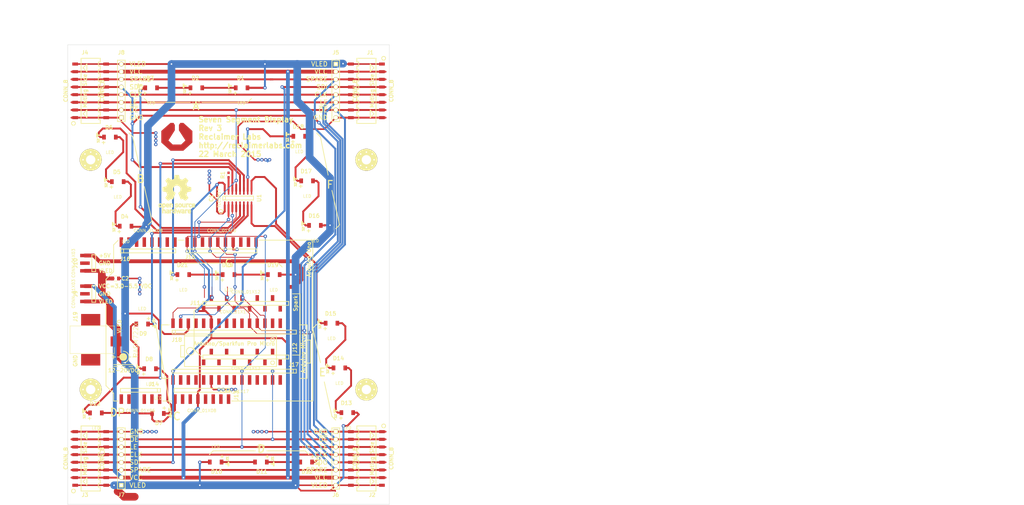
<source format=kicad_pcb>
(kicad_pcb (version 4) (host pcbnew "(after 2015-may-01 BZR unknown)-product")
  (title_block (title "Clock Full Digit") (rev 1))
  (layers (0 F.Cu signal) (31 B.Cu signal) (34 B.Paste user hide) (35 F.Paste user) (36 B.SilkS user hide) (37 F.SilkS user) (38 B.Mask user) (39 F.Mask user) (44 Edge.Cuts user hide))
  (net 0 "")
  (net 1 /CLK)
  (net 2 /LE)
  (net 3 /SDI)
  (net 4 /SDO)
  (net 5 /SPARE)
  (net 6 /~OE)
  (net 7 GND)
  (net 8 VCC)
  (net 9 Vled)
  (net 10 "Net-(D1-Pad2)")
  (net 11 "Net-(D2-Pad2)")
  (net 12 "Net-(D3-Pad2)")
  (net 13 "Net-(D4-Pad2)")
  (net 14 "Net-(D5-Pad2)")
  (net 15 "Net-(D6-Pad2)")
  (net 16 "Net-(D7-Pad2)")
  (net 17 "Net-(D8-Pad2)")
  (net 18 "Net-(D9-Pad2)")
  (net 19 "Net-(D10-Pad2)")
  (net 20 "Net-(D11-Pad2)")
  (net 21 "Net-(D12-Pad2)")
  (net 22 "Net-(D13-Pad2)")
  (net 23 "Net-(D14-Pad2)")
  (net 24 "Net-(D15-Pad2)")
  (net 25 "Net-(D16-Pad2)")
  (net 26 "Net-(D17-Pad2)")
  (net 27 "Net-(D18-Pad2)")
  (net 28 "Net-(D19-Pad2)")
  (net 29 "Net-(D20-Pad2)")
  (net 30 "Net-(D21-Pad2)")
  (net 31 "Net-(D22-Pad2)")
  (net 32 +5V)
  (net 33 "Net-(J11-Pad3)")
  (net 34 "Net-(J11-Pad10)")
  (net 35 "Net-(J12-Pad2)")
  (net 36 "Net-(J12-Pad3)")
  (net 37 "Net-(J12-Pad5)")
  (net 38 "Net-(J12-Pad6)")
  (net 39 "Net-(J12-Pad7)")
  (net 40 "Net-(J12-Pad8)")
  (net 41 "Net-(J12-Pad9)")
  (net 42 "Net-(J12-Pad10)")
  (net 43 "Net-(J12-Pad11)")
  (net 44 "Net-(J12-Pad12)")
  (net 45 "Net-(J13-Pad1)")
  (net 46 "Net-(J13-Pad2)")
  (net 47 "Net-(J13-Pad3)")
  (net 48 "Net-(J13-Pad4)")
  (net 49 "Net-(J14-Pad1)")
  (net 50 "Net-(J14-Pad2)")
  (net 51 "Net-(J14-Pad3)")
  (net 52 "Net-(J14-Pad4)")
  (net 53 "Net-(J14-Pad5)")
  (net 54 "Net-(J14-Pad6)")
  (net 55 "Net-(J15-Pad3)")
  (net 56 "Net-(J15-Pad8)")
  (net 57 "Net-(J16-Pad1)")
  (net 58 "Net-(J16-Pad2)")
  (net 59 "Net-(J16-Pad3)")
  (net 60 "Net-(J16-Pad4)")
  (net 61 "Net-(J16-Pad5)")
  (net 62 "Net-(J16-Pad6)")
  (net 63 "Net-(J16-Pad7)")
  (net 64 "Net-(J16-Pad8)")
  (net 65 "Net-(J17-Pad2)")
  (net 66 "Net-(J17-Pad3)")
  (net 67 "Net-(J17-Pad5)")
  (net 68 "Net-(J17-Pad7)")
  (net 69 "Net-(J17-Pad9)")
  (net 70 "Net-(J17-Pad11)")
  (net 71 "Net-(J17-Pad13)")
  (net 72 "Net-(J17-Pad15)")
  (net 73 "Net-(J17-Pad16)")
  (net 74 "Net-(J18-Pad5)")
  (net 75 "Net-(J18-Pad7)")
  (net 76 "Net-(J18-Pad8)")
  (net 77 "Net-(J18-Pad9)")
  (net 78 "Net-(J18-Pad10)")
  (net 79 "Net-(J18-Pad14)")
  (net 80 "Net-(J18-Pad15)")
  (net 81 "Net-(J18-Pad16)")
  (net 82 "Net-(J18-Pad17)")
  (net 83 "Net-(R1-Pad1)")
  (net 84 "Net-(J11-Pad7)")
  (net 85 "Net-(J11-Pad8)")
  (net 86 "Net-(J11-Pad9)")
  (net 87 "Net-(J17-Pad1)")
  (net 88 "Net-(J17-Pad6)")
  (net 89 "Net-(J17-Pad10)")
  (net 90 "Net-(J17-Pad14)")
  (net 91 "Net-(J15-Pad9)")
  (net 92 "Net-(J15-Pad10)")
  (net 93 "Net-(J19-Pad3)")
  (module Jason_Libraries:HEADER_SMT_01x12_SV (layer F.Cu) (at 127.635 154.305)
    (fp_text reference J11 (at -16.764 -0.127 180) (layer F.SilkS) (effects (font (size 1.27 1.27) (thickness 0.254))))
    (fp_text value CONN_01X12 (at 0 -3.81) (layer F.SilkS))
    (pad 1 smd rect (at -13.97 1.778) (size 1.143 1.905) (layers F.Cu F.Paste F.Mask) (net 2 /LE))
    (pad 2 smd rect (at -11.43 -1.778) (size 1.143 1.905) (layers F.Cu F.Paste F.Mask) (net 6 /~OE))
    (pad 3 smd rect (at -8.89 1.778) (size 1.143 1.905) (layers F.Cu F.Paste F.Mask) (net 33 "Net-(J11-Pad3)"))
    (pad 4 smd rect (at -6.35 -1.778) (size 1.143 1.905) (layers F.Cu F.Paste F.Mask) (net 1 /CLK))
    (pad 5 smd rect (at -3.81 1.778) (size 1.143 1.905) (layers F.Cu F.Paste F.Mask) (net 5 /SPARE))
    (pad 6 smd rect (at -1.27 -1.778) (size 1.143 1.905) (layers F.Cu F.Paste F.Mask) (net 3 /SDI))
    (pad 7 smd rect (at 1.27 1.778) (size 1.143 1.905) (layers F.Cu F.Paste F.Mask) (net 84 "Net-(J11-Pad7)"))
    (pad 8 smd rect (at 3.81 -1.778) (size 1.143 1.905) (layers F.Cu F.Paste F.Mask) (net 85 "Net-(J11-Pad8)"))
    (pad 9 smd rect (at 6.35 1.778) (size 1.143 1.905) (layers F.Cu F.Paste F.Mask) (net 86 "Net-(J11-Pad9)"))
    (pad 10 smd rect (at 8.89 -1.778) (size 1.143 1.905) (layers F.Cu F.Paste F.Mask) (net 34 "Net-(J11-Pad10)"))
    (pad 11 smd rect (at 11.43 1.778) (size 1.143 1.905) (layers F.Cu F.Paste F.Mask) (net 7 GND))
    (pad 12 smd rect (at 13.97 -1.778) (size 1.143 1.905) (layers F.Cu F.Paste F.Mask) (net 32 +5V))
  )
  (module Jason_Libraries:HEADER_SMT_01x17 (layer F.Cu) (at 123.825 179.705 180)
    (fp_text reference J17 (at -19.685 5.08 180) (layer F.SilkS) (effects (font (size 1.27 1.27) (thickness 0.254))))
    (fp_text value CONN_01X17 (at 0 -3.81 180) (layer F.SilkS))
    (pad 1 smd rect (at -20.32 0 180) (size 1.143 3.175) (layers F.Cu F.Paste F.Mask) (net 87 "Net-(J17-Pad1)"))
    (pad 2 smd rect (at -17.78 0 180) (size 1.143 3.175) (layers F.Cu F.Paste F.Mask) (net 65 "Net-(J17-Pad2)"))
    (pad 3 smd rect (at -15.24 0 180) (size 1.143 3.175) (layers F.Cu F.Paste F.Mask) (net 66 "Net-(J17-Pad3)"))
    (pad 4 smd rect (at -12.7 0 180) (size 1.143 3.175) (layers F.Cu F.Paste F.Mask) (net 6 /~OE))
    (pad 5 smd rect (at -10.16 0 180) (size 1.143 3.175) (layers F.Cu F.Paste F.Mask) (net 67 "Net-(J17-Pad5)"))
    (pad 6 smd rect (at -7.62 0 180) (size 1.143 3.175) (layers F.Cu F.Paste F.Mask) (net 88 "Net-(J17-Pad6)"))
    (pad 7 smd rect (at -5.08 0 180) (size 1.143 3.175) (layers F.Cu F.Paste F.Mask) (net 68 "Net-(J17-Pad7)"))
    (pad 8 smd rect (at -2.54 0 180) (size 1.143 3.175) (layers F.Cu F.Paste F.Mask) (net 2 /LE))
    (pad 9 smd rect (at 0 0 180) (size 1.143 3.175) (layers F.Cu F.Paste F.Mask) (net 69 "Net-(J17-Pad9)"))
    (pad 10 smd rect (at 2.54 0 180) (size 1.143 3.175) (layers F.Cu F.Paste F.Mask) (net 89 "Net-(J17-Pad10)"))
    (pad 11 smd rect (at 5.08 0 180) (size 1.143 3.175) (layers F.Cu F.Paste F.Mask) (net 70 "Net-(J17-Pad11)"))
    (pad 12 smd rect (at 7.62 0 180) (size 1.143 3.175) (layers F.Cu F.Paste F.Mask) (net 7 GND))
    (pad 13 smd rect (at 10.16 0 180) (size 1.143 3.175) (layers F.Cu F.Paste F.Mask) (net 71 "Net-(J17-Pad13)"))
    (pad 14 smd rect (at 12.7 0 180) (size 1.143 3.175) (layers F.Cu F.Paste F.Mask) (net 90 "Net-(J17-Pad14)"))
    (pad 15 smd rect (at 15.24 0 180) (size 1.143 3.175) (layers F.Cu F.Paste F.Mask) (net 72 "Net-(J17-Pad15)"))
    (pad 16 smd rect (at 17.78 0 180) (size 1.143 3.175) (layers F.Cu F.Paste F.Mask) (net 73 "Net-(J17-Pad16)"))
    (pad 17 smd rect (at 20.32 0 180) (size 1.143 3.175) (layers F.Cu F.Paste F.Mask) (net 3 /SDI))
  )
  (module Jason_Libraries:HEADER_SMT_01x12_SV (layer F.Cu) (at 127.635 172.085 180)
    (fp_text reference J12 (at -16.256 3.048 270) (layer F.SilkS) (effects (font (size 1.27 1.27) (thickness 0.254))))
    (fp_text value CONN_01X12 (at 0 -3.81 180) (layer F.SilkS))
    (pad 1 smd rect (at -13.97 1.778 180) (size 1.143 1.905) (layers F.Cu F.Paste F.Mask) (net 8 VCC))
    (pad 2 smd rect (at -11.43 -1.778 180) (size 1.143 1.905) (layers F.Cu F.Paste F.Mask) (net 35 "Net-(J12-Pad2)"))
    (pad 3 smd rect (at -8.89 1.778 180) (size 1.143 1.905) (layers F.Cu F.Paste F.Mask) (net 36 "Net-(J12-Pad3)"))
    (pad 4 smd rect (at -6.35 -1.778 180) (size 1.143 1.905) (layers F.Cu F.Paste F.Mask) (net 7 GND))
    (pad 5 smd rect (at -3.81 1.778 180) (size 1.143 1.905) (layers F.Cu F.Paste F.Mask) (net 37 "Net-(J12-Pad5)"))
    (pad 6 smd rect (at -1.27 -1.778 180) (size 1.143 1.905) (layers F.Cu F.Paste F.Mask) (net 38 "Net-(J12-Pad6)"))
    (pad 7 smd rect (at 1.27 1.778 180) (size 1.143 1.905) (layers F.Cu F.Paste F.Mask) (net 39 "Net-(J12-Pad7)"))
    (pad 8 smd rect (at 3.81 -1.778 180) (size 1.143 1.905) (layers F.Cu F.Paste F.Mask) (net 40 "Net-(J12-Pad8)"))
    (pad 9 smd rect (at 6.35 1.778 180) (size 1.143 1.905) (layers F.Cu F.Paste F.Mask) (net 41 "Net-(J12-Pad9)"))
    (pad 10 smd rect (at 8.89 -1.778 180) (size 1.143 1.905) (layers F.Cu F.Paste F.Mask) (net 42 "Net-(J12-Pad10)"))
    (pad 11 smd rect (at 11.43 1.778 180) (size 1.143 1.905) (layers F.Cu F.Paste F.Mask) (net 43 "Net-(J12-Pad11)"))
    (pad 12 smd rect (at 13.97 -1.778 180) (size 1.143 1.905) (layers F.Cu F.Paste F.Mask) (net 44 "Net-(J12-Pad12)"))
  )
  (module Jason_Libraries:SSM-SH-08 (layer F.Cu) (at 76.2 205.74 90)
    (fp_text reference J3 (at -12.065 -1.905 180) (layer F.SilkS) (effects (font (size 1.27 1.27) (thickness 0.254))))
    (fp_text value CONN_8 (at 0 -8.255 90) (layer F.SilkS) (effects (font (size 1.27 1.27) (thickness 0.254))))
    (fp_text user "Mating Side" (at 0 -1.905 90) (layer F.SilkS) (effects (font (size 1.27 1.27) (thickness 0.254))))
    (pad 1 smd rect (at -8.89 -5.1435 90) (size 1.016 1.905) (layers F.Cu F.Paste F.Mask) (net 9 Vled))
    (pad 2 smd rect (at -6.35 -5.1435 90) (size 1.016 1.905) (layers F.Cu F.Paste F.Mask) (net 8 VCC))
    (pad 3 smd rect (at -3.81 -5.1435 90) (size 1.016 1.905) (layers F.Cu F.Paste F.Mask) (net 5 /SPARE))
    (pad 4 smd rect (at -1.27 -5.1435 90) (size 1.016 1.905) (layers F.Cu F.Paste F.Mask) (net 3 /SDI))
    (pad 5 smd rect (at 1.27 -5.1435 90) (size 1.016 1.905) (layers F.Cu F.Paste F.Mask) (net 1 /CLK))
    (pad 6 smd rect (at 3.81 -5.1435 90) (size 1.016 1.905) (layers F.Cu F.Paste F.Mask) (net 2 /LE))
    (pad 7 smd rect (at 6.35 -5.1435 90) (size 1.016 1.905) (layers F.Cu F.Paste F.Mask) (net 6 /~OE))
    (pad 8 smd rect (at 8.89 -5.1435 90) (size 1.016 1.905) (layers F.Cu F.Paste F.Mask) (net 7 GND))
    (pad 1 smd rect (at -8.89 5.1435 90) (size 1.016 1.905) (layers F.Cu F.Paste F.Mask) (net 9 Vled))
    (pad 2 smd rect (at -6.35 5.1435 90) (size 1.016 1.905) (layers F.Cu F.Paste F.Mask) (net 8 VCC))
    (pad 3 smd rect (at -3.81 5.1435 90) (size 1.016 1.905) (layers F.Cu F.Paste F.Mask) (net 5 /SPARE))
    (pad 4 smd rect (at -1.27 5.1435 90) (size 1.016 1.905) (layers F.Cu F.Paste F.Mask) (net 3 /SDI))
    (pad 5 smd rect (at 1.27 5.1435 90) (size 1.016 1.905) (layers F.Cu F.Paste F.Mask) (net 1 /CLK))
    (pad 6 smd rect (at 3.81 5.1435 90) (size 1.016 1.905) (layers F.Cu F.Paste F.Mask) (net 2 /LE))
    (pad 7 smd rect (at 6.35 5.1435 90) (size 1.016 1.905) (layers F.Cu F.Paste F.Mask) (net 6 /~OE))
    (pad 8 smd rect (at 8.89 5.1435 90) (size 1.016 1.905) (layers F.Cu F.Paste F.Mask) (net 7 GND))
  )
  (module Jason_Libraries:HEADER_8X1 (layer F.Cu) (at 157.48 205.74 270)
    (fp_text reference J6 (at 12.065 0 360) (layer F.SilkS) (effects (font (size 1.27 1.27) (thickness 0.254))))
    (fp_text value CONN_8 (at 0 -6.35 270) (layer F.SilkS) (effects (font (size 1.27 1.27) (thickness 0.254))))
    (pad 1 thru_hole rect (at -8.89 0 270) (size 1.524 1.524) (drill 1.016) (layers *.Cu *.Mask F.SilkS) (net 7 GND))
    (pad 2 thru_hole circle (at -6.35 0 270) (size 1.524 1.524) (drill 1.016) (layers *.Cu *.Mask F.SilkS) (net 6 /~OE))
    (pad 3 thru_hole circle (at -3.81 0 270) (size 1.524 1.524) (drill 1.016) (layers *.Cu *.Mask F.SilkS) (net 2 /LE))
    (pad 4 thru_hole circle (at -1.27 0 270) (size 1.524 1.524) (drill 1.016) (layers *.Cu *.Mask F.SilkS) (net 1 /CLK))
    (pad 5 thru_hole circle (at 1.27 0 270) (size 1.524 1.524) (drill 1.016) (layers *.Cu *.Mask F.SilkS) (net 4 /SDO))
    (pad 6 thru_hole circle (at 3.81 0 270) (size 1.524 1.524) (drill 1.016) (layers *.Cu *.Mask F.SilkS) (net 5 /SPARE))
    (pad 7 thru_hole circle (at 6.35 0 270) (size 1.524 1.524) (drill 1.016) (layers *.Cu *.Mask F.SilkS) (net 8 VCC))
    (pad 8 thru_hole circle (at 8.89 0 270) (size 1.524 1.524) (drill 1.016) (layers *.Cu *.Mask F.SilkS) (net 9 Vled))
  )
  (module Jason_Libraries:MTHOLE_3mm (layer F.Cu) (at 76.2 182.88)
    (fp_text reference X4 hide)
    (fp_text value MTHOLE hide)
    (pad 1 thru_hole circle (at 0 0) (size 7.3 7.3) (drill 3.1) (layers *.Cu *.Mask F.SilkS) (net 7 GND))
  )
  (module Jason_Libraries:HEADER_SMT_01x03 (layer F.Cu) (at 74.295 151.13 90)
    (fp_text reference J9 (at 0 -3.175 90) (layer F.SilkS) (effects (font (size 1.27 1.27) (thickness 0.254))))
    (fp_text value CONN_01X03 (at 0 -3.81 90) (layer F.SilkS))
    (pad 1 smd rect (at -2.54 0 90) (size 1.143 3.175) (layers F.Cu F.Paste F.Mask) (net 9 Vled))
    (pad 2 smd rect (at 0 0 90) (size 1.143 3.175) (layers F.Cu F.Paste F.Mask) (net 7 GND))
    (pad 3 smd rect (at 2.54 0 90) (size 1.143 3.175) (layers F.Cu F.Paste F.Mask) (net 8 VCC))
  )
  (module Jason_Libraries:HEADER_SMT_01x03 (layer F.Cu) (at 74.295 140.97 90)
    (fp_text reference J10 (at 0 -3.175 90) (layer F.SilkS) (effects (font (size 1.27 1.27) (thickness 0.254))))
    (fp_text value CONN_01X03 (at 0 -3.81 90) (layer F.SilkS))
    (pad 1 smd rect (at -2.54 0 90) (size 1.143 3.175) (layers F.Cu F.Paste F.Mask) (net 9 Vled))
    (pad 2 smd rect (at 0 0 90) (size 1.143 3.175) (layers F.Cu F.Paste F.Mask) (net 7 GND))
    (pad 3 smd rect (at 2.54 0 90) (size 1.143 3.175) (layers F.Cu F.Paste F.Mask) (net 32 +5V))
  )
  (module Jason_Libraries:HEADER_SMT_01x08 (layer F.Cu) (at 113.03 186.055 180)
    (fp_text reference J13 (at -11.43 1.143 270) (layer F.SilkS) (effects (font (size 1.27 1.27) (thickness 0.254))))
    (fp_text value CONN_01X08 (at 0 -3.81 180) (layer F.SilkS))
    (pad 1 smd rect (at -8.89 0 180) (size 1.143 3.175) (layers F.Cu F.Paste F.Mask) (net 45 "Net-(J13-Pad1)"))
    (pad 2 smd rect (at -6.35 0 180) (size 1.143 3.175) (layers F.Cu F.Paste F.Mask) (net 46 "Net-(J13-Pad2)"))
    (pad 3 smd rect (at -3.81 0 180) (size 1.143 3.175) (layers F.Cu F.Paste F.Mask) (net 47 "Net-(J13-Pad3)"))
    (pad 4 smd rect (at -1.27 0 180) (size 1.143 3.175) (layers F.Cu F.Paste F.Mask) (net 48 "Net-(J13-Pad4)"))
    (pad 5 smd rect (at 1.27 0 180) (size 1.143 3.175) (layers F.Cu F.Paste F.Mask) (net 8 VCC))
    (pad 6 smd rect (at 3.81 0 180) (size 1.143 3.175) (layers F.Cu F.Paste F.Mask) (net 7 GND))
    (pad 7 smd rect (at 6.35 0 180) (size 1.143 3.175) (layers F.Cu F.Paste F.Mask) (net 7 GND))
    (pad 8 smd rect (at 8.89 0 180) (size 1.143 3.175) (layers F.Cu F.Paste F.Mask) (net 9 Vled))
  )
  (module Jason_Libraries:HEADER_SMT_01x06 (layer F.Cu) (at 92.71 186.055 180)
    (fp_text reference J14 (at -4.445 4.953 180) (layer F.SilkS) (effects (font (size 1.27 1.27) (thickness 0.254))))
    (fp_text value CONN_01X06 (at 0 -3.81 180) (layer F.SilkS))
    (pad 1 smd rect (at -6.35 0 180) (size 1.143 3.175) (layers F.Cu F.Paste F.Mask) (net 49 "Net-(J14-Pad1)"))
    (pad 2 smd rect (at -3.81 0 180) (size 1.143 3.175) (layers F.Cu F.Paste F.Mask) (net 50 "Net-(J14-Pad2)"))
    (pad 3 smd rect (at -1.27 0 180) (size 1.143 3.175) (layers F.Cu F.Paste F.Mask) (net 51 "Net-(J14-Pad3)"))
    (pad 4 smd rect (at 1.27 0 180) (size 1.143 3.175) (layers F.Cu F.Paste F.Mask) (net 52 "Net-(J14-Pad4)"))
    (pad 5 smd rect (at 3.81 0 180) (size 1.143 3.175) (layers F.Cu F.Paste F.Mask) (net 53 "Net-(J14-Pad5)"))
    (pad 6 smd rect (at 6.35 0 180) (size 1.143 3.175) (layers F.Cu F.Paste F.Mask) (net 54 "Net-(J14-Pad6)"))
  )
  (module Jason_Libraries:HEADER_SMT_01x08 (layer F.Cu) (at 95.25 133.985)
    (fp_text reference J16 (at -7.62 5.588) (layer F.SilkS) (effects (font (size 1.27 1.27) (thickness 0.254))))
    (fp_text value CONN_01X08 (at 0 -3.81) (layer F.SilkS))
    (pad 1 smd rect (at -8.89 0) (size 1.143 3.175) (layers F.Cu F.Paste F.Mask) (net 57 "Net-(J16-Pad1)"))
    (pad 2 smd rect (at -6.35 0) (size 1.143 3.175) (layers F.Cu F.Paste F.Mask) (net 58 "Net-(J16-Pad2)"))
    (pad 3 smd rect (at -3.81 0) (size 1.143 3.175) (layers F.Cu F.Paste F.Mask) (net 59 "Net-(J16-Pad3)"))
    (pad 4 smd rect (at -1.27 0) (size 1.143 3.175) (layers F.Cu F.Paste F.Mask) (net 60 "Net-(J16-Pad4)"))
    (pad 5 smd rect (at 1.27 0) (size 1.143 3.175) (layers F.Cu F.Paste F.Mask) (net 61 "Net-(J16-Pad5)"))
    (pad 6 smd rect (at 3.81 0) (size 1.143 3.175) (layers F.Cu F.Paste F.Mask) (net 62 "Net-(J16-Pad6)"))
    (pad 7 smd rect (at 6.35 0) (size 1.143 3.175) (layers F.Cu F.Paste F.Mask) (net 63 "Net-(J16-Pad7)"))
    (pad 8 smd rect (at 8.89 0) (size 1.143 3.175) (layers F.Cu F.Paste F.Mask) (net 64 "Net-(J16-Pad8)"))
  )
  (module Jason_Libraries:HEADER_SMT_01x17 (layer F.Cu) (at 123.825 160.909)
    (fp_text reference J18 (at -19.05 5.461) (layer F.SilkS) (effects (font (size 1.27 1.27) (thickness 0.254))))
    (fp_text value CONN_01X17 (at 0 -3.81) (layer F.SilkS))
    (pad 1 smd rect (at -20.32 0) (size 1.143 3.175) (layers F.Cu F.Paste F.Mask) (net 1 /CLK))
    (pad 2 smd rect (at -17.78 0) (size 1.143 3.175) (layers F.Cu F.Paste F.Mask) (net 5 /SPARE))
    (pad 3 smd rect (at -15.24 0) (size 1.143 3.175) (layers F.Cu F.Paste F.Mask) (net 9 Vled))
    (pad 4 smd rect (at -12.7 0) (size 1.143 3.175) (layers F.Cu F.Paste F.Mask) (net 7 GND))
    (pad 5 smd rect (at -10.16 0) (size 1.143 3.175) (layers F.Cu F.Paste F.Mask) (net 74 "Net-(J18-Pad5)"))
    (pad 6 smd rect (at -7.62 0) (size 1.143 3.175) (layers F.Cu F.Paste F.Mask) (net 8 VCC))
    (pad 7 smd rect (at -5.08 0) (size 1.143 3.175) (layers F.Cu F.Paste F.Mask) (net 75 "Net-(J18-Pad7)"))
    (pad 8 smd rect (at -2.54 0) (size 1.143 3.175) (layers F.Cu F.Paste F.Mask) (net 76 "Net-(J18-Pad8)"))
    (pad 9 smd rect (at 0 0) (size 1.143 3.175) (layers F.Cu F.Paste F.Mask) (net 77 "Net-(J18-Pad9)"))
    (pad 10 smd rect (at 2.54 0) (size 1.143 3.175) (layers F.Cu F.Paste F.Mask) (net 78 "Net-(J18-Pad10)"))
    (pad 11 smd rect (at 5.08 0) (size 1.143 3.175) (layers F.Cu F.Paste F.Mask) (net 1 /CLK))
    (pad 12 smd rect (at 7.62 0) (size 1.143 3.175) (layers F.Cu F.Paste F.Mask) (net 5 /SPARE))
    (pad 13 smd rect (at 10.16 0) (size 1.143 3.175) (layers F.Cu F.Paste F.Mask) (net 3 /SDI))
    (pad 14 smd rect (at 12.7 0) (size 1.143 3.175) (layers F.Cu F.Paste F.Mask) (net 79 "Net-(J18-Pad14)"))
    (pad 15 smd rect (at 15.24 0) (size 1.143 3.175) (layers F.Cu F.Paste F.Mask) (net 80 "Net-(J18-Pad15)"))
    (pad 16 smd rect (at 17.78 0) (size 1.143 3.175) (layers F.Cu F.Paste F.Mask) (net 81 "Net-(J18-Pad16)"))
    (pad 17 smd rect (at 20.32 0) (size 1.143 3.175) (layers F.Cu F.Paste F.Mask) (net 82 "Net-(J18-Pad17)"))
  )
  (module Capacitors_SMD:C_0603 (layer F.Cu) (at 118.11 119.38 270)
    (fp_text reference C1 (at 0 1.905 270) (layer F.SilkS) (effects (font (size 1.27 1.27) (thickness 0.254))))
    (fp_text value "0.1uF 12V")
    (pad 1 smd rect (at -0.75 0 270) (size 0.8 0.75) (layers F.Cu F.Paste F.Mask) (net 8 VCC))
    (pad 2 smd rect (at 0.75 0 270) (size 0.8 0.75) (layers F.Cu F.Paste F.Mask) (net 7 GND))
  )
  (module Capacitors_SMD:C_0805 (layer F.Cu) (at 84.455 146.05)
    (fp_text reference C2 (at 3.175 0 180) (layer F.SilkS) (effects (font (size 1.27 1.27) (thickness 0.254))))
    (fp_text value "4.7uF 50V")
    (pad 1 smd rect (at -1 0) (size 1 1.25) (layers F.Cu F.Paste F.Mask) (net 9 Vled))
    (pad 2 smd rect (at 1 0) (size 1 1.25) (layers F.Cu F.Paste F.Mask) (net 7 GND))
  )
  (module Jason_Libraries:SSM-SH-08 (layer F.Cu) (at 167.64 83.82 270)
    (fp_text reference J1 (at -12.7 -1.27 360) (layer F.SilkS) (effects (font (size 1.27 1.27) (thickness 0.254))))
    (fp_text value CONN_8 (at 0 -8.255 270) (layer F.SilkS) (effects (font (size 1.27 1.27) (thickness 0.254))))
    (fp_text user "Mating Side" (at 0 -1.905 270) (layer F.SilkS) (effects (font (size 1.27 1.27) (thickness 0.254))))
    (pad 1 smd rect (at -8.89 -5.1435 270) (size 1.016 1.905) (layers F.Cu F.Paste F.Mask) (net 9 Vled))
    (pad 2 smd rect (at -6.35 -5.1435 270) (size 1.016 1.905) (layers F.Cu F.Paste F.Mask) (net 8 VCC))
    (pad 3 smd rect (at -3.81 -5.1435 270) (size 1.016 1.905) (layers F.Cu F.Paste F.Mask) (net 5 /SPARE))
    (pad 4 smd rect (at -1.27 -5.1435 270) (size 1.016 1.905) (layers F.Cu F.Paste F.Mask) (net 3 /SDI))
    (pad 5 smd rect (at 1.27 -5.1435 270) (size 1.016 1.905) (layers F.Cu F.Paste F.Mask) (net 1 /CLK))
    (pad 6 smd rect (at 3.81 -5.1435 270) (size 1.016 1.905) (layers F.Cu F.Paste F.Mask) (net 2 /LE))
    (pad 7 smd rect (at 6.35 -5.1435 270) (size 1.016 1.905) (layers F.Cu F.Paste F.Mask) (net 6 /~OE))
    (pad 8 smd rect (at 8.89 -5.1435 270) (size 1.016 1.905) (layers F.Cu F.Paste F.Mask) (net 7 GND))
    (pad 1 smd rect (at -8.89 5.1435 270) (size 1.016 1.905) (layers F.Cu F.Paste F.Mask) (net 9 Vled))
    (pad 2 smd rect (at -6.35 5.1435 270) (size 1.016 1.905) (layers F.Cu F.Paste F.Mask) (net 8 VCC))
    (pad 3 smd rect (at -3.81 5.1435 270) (size 1.016 1.905) (layers F.Cu F.Paste F.Mask) (net 5 /SPARE))
    (pad 4 smd rect (at -1.27 5.1435 270) (size 1.016 1.905) (layers F.Cu F.Paste F.Mask) (net 3 /SDI))
    (pad 5 smd rect (at 1.27 5.1435 270) (size 1.016 1.905) (layers F.Cu F.Paste F.Mask) (net 1 /CLK))
    (pad 6 smd rect (at 3.81 5.1435 270) (size 1.016 1.905) (layers F.Cu F.Paste F.Mask) (net 2 /LE))
    (pad 7 smd rect (at 6.35 5.1435 270) (size 1.016 1.905) (layers F.Cu F.Paste F.Mask) (net 6 /~OE))
    (pad 8 smd rect (at 8.89 5.1435 270) (size 1.016 1.905) (layers F.Cu F.Paste F.Mask) (net 7 GND))
  )
  (module Jason_Libraries:SSM-SH-08 (layer F.Cu) (at 167.64 205.74 270)
    (fp_text reference J2 (at 12.065 -1.905 360) (layer F.SilkS) (effects (font (size 1.27 1.27) (thickness 0.254))))
    (fp_text value CONN_8 (at 0 -8.255 270) (layer F.SilkS) (effects (font (size 1.27 1.27) (thickness 0.254))))
    (fp_text user "Mating Side" (at 0 -1.905 270) (layer F.SilkS) (effects (font (size 1.27 1.27) (thickness 0.254))))
    (pad 1 smd rect (at -8.89 -5.1435 270) (size 1.016 1.905) (layers F.Cu F.Paste F.Mask) (net 7 GND))
    (pad 2 smd rect (at -6.35 -5.1435 270) (size 1.016 1.905) (layers F.Cu F.Paste F.Mask) (net 6 /~OE))
    (pad 3 smd rect (at -3.81 -5.1435 270) (size 1.016 1.905) (layers F.Cu F.Paste F.Mask) (net 2 /LE))
    (pad 4 smd rect (at -1.27 -5.1435 270) (size 1.016 1.905) (layers F.Cu F.Paste F.Mask) (net 1 /CLK))
    (pad 5 smd rect (at 1.27 -5.1435 270) (size 1.016 1.905) (layers F.Cu F.Paste F.Mask) (net 4 /SDO))
    (pad 6 smd rect (at 3.81 -5.1435 270) (size 1.016 1.905) (layers F.Cu F.Paste F.Mask) (net 5 /SPARE))
    (pad 7 smd rect (at 6.35 -5.1435 270) (size 1.016 1.905) (layers F.Cu F.Paste F.Mask) (net 8 VCC))
    (pad 8 smd rect (at 8.89 -5.1435 270) (size 1.016 1.905) (layers F.Cu F.Paste F.Mask) (net 9 Vled))
    (pad 1 smd rect (at -8.89 5.1435 270) (size 1.016 1.905) (layers F.Cu F.Paste F.Mask) (net 7 GND))
    (pad 2 smd rect (at -6.35 5.1435 270) (size 1.016 1.905) (layers F.Cu F.Paste F.Mask) (net 6 /~OE))
    (pad 3 smd rect (at -3.81 5.1435 270) (size 1.016 1.905) (layers F.Cu F.Paste F.Mask) (net 2 /LE))
    (pad 4 smd rect (at -1.27 5.1435 270) (size 1.016 1.905) (layers F.Cu F.Paste F.Mask) (net 1 /CLK))
    (pad 5 smd rect (at 1.27 5.1435 270) (size 1.016 1.905) (layers F.Cu F.Paste F.Mask) (net 4 /SDO))
    (pad 6 smd rect (at 3.81 5.1435 270) (size 1.016 1.905) (layers F.Cu F.Paste F.Mask) (net 5 /SPARE))
    (pad 7 smd rect (at 6.35 5.1435 270) (size 1.016 1.905) (layers F.Cu F.Paste F.Mask) (net 8 VCC))
    (pad 8 smd rect (at 8.89 5.1435 270) (size 1.016 1.905) (layers F.Cu F.Paste F.Mask) (net 9 Vled))
  )
  (module Jason_Libraries:SSM-SH-08 (layer F.Cu) (at 76.2 83.82 90)
    (fp_text reference J4 (at 12.7 -1.905 180) (layer F.SilkS) (effects (font (size 1.27 1.27) (thickness 0.254))))
    (fp_text value CONN_8 (at 0 -8.255 90) (layer F.SilkS) (effects (font (size 1.27 1.27) (thickness 0.254))))
    (fp_text user "Mating Side" (at 0 -1.905 90) (layer F.SilkS) (effects (font (size 1.27 1.27) (thickness 0.254))))
    (pad 1 smd rect (at -8.89 -5.1435 90) (size 1.016 1.905) (layers F.Cu F.Paste F.Mask) (net 7 GND))
    (pad 2 smd rect (at -6.35 -5.1435 90) (size 1.016 1.905) (layers F.Cu F.Paste F.Mask) (net 6 /~OE))
    (pad 3 smd rect (at -3.81 -5.1435 90) (size 1.016 1.905) (layers F.Cu F.Paste F.Mask) (net 2 /LE))
    (pad 4 smd rect (at -1.27 -5.1435 90) (size 1.016 1.905) (layers F.Cu F.Paste F.Mask) (net 1 /CLK))
    (pad 5 smd rect (at 1.27 -5.1435 90) (size 1.016 1.905) (layers F.Cu F.Paste F.Mask) (net 4 /SDO))
    (pad 6 smd rect (at 3.81 -5.1435 90) (size 1.016 1.905) (layers F.Cu F.Paste F.Mask) (net 5 /SPARE))
    (pad 7 smd rect (at 6.35 -5.1435 90) (size 1.016 1.905) (layers F.Cu F.Paste F.Mask) (net 8 VCC))
    (pad 8 smd rect (at 8.89 -5.1435 90) (size 1.016 1.905) (layers F.Cu F.Paste F.Mask) (net 9 Vled))
    (pad 1 smd rect (at -8.89 5.1435 90) (size 1.016 1.905) (layers F.Cu F.Paste F.Mask) (net 7 GND))
    (pad 2 smd rect (at -6.35 5.1435 90) (size 1.016 1.905) (layers F.Cu F.Paste F.Mask) (net 6 /~OE))
    (pad 3 smd rect (at -3.81 5.1435 90) (size 1.016 1.905) (layers F.Cu F.Paste F.Mask) (net 2 /LE))
    (pad 4 smd rect (at -1.27 5.1435 90) (size 1.016 1.905) (layers F.Cu F.Paste F.Mask) (net 1 /CLK))
    (pad 5 smd rect (at 1.27 5.1435 90) (size 1.016 1.905) (layers F.Cu F.Paste F.Mask) (net 4 /SDO))
    (pad 6 smd rect (at 3.81 5.1435 90) (size 1.016 1.905) (layers F.Cu F.Paste F.Mask) (net 5 /SPARE))
    (pad 7 smd rect (at 6.35 5.1435 90) (size 1.016 1.905) (layers F.Cu F.Paste F.Mask) (net 8 VCC))
    (pad 8 smd rect (at 8.89 5.1435 90) (size 1.016 1.905) (layers F.Cu F.Paste F.Mask) (net 9 Vled))
  )
  (module Jason_Libraries:HEADER_8X1 (layer F.Cu) (at 157.48 83.82 270)
    (fp_text reference J5 (at -12.7 0 360) (layer F.SilkS) (effects (font (size 1.27 1.27) (thickness 0.254))))
    (fp_text value CONN_8 (at 0 -6.35 270) (layer F.SilkS) (effects (font (size 1.27 1.27) (thickness 0.254))))
    (pad 1 thru_hole rect (at -8.89 0 270) (size 1.524 1.524) (drill 1.016) (layers *.Cu *.Mask F.SilkS) (net 9 Vled))
    (pad 2 thru_hole circle (at -6.35 0 270) (size 1.524 1.524) (drill 1.016) (layers *.Cu *.Mask F.SilkS) (net 8 VCC))
    (pad 3 thru_hole circle (at -3.81 0 270) (size 1.524 1.524) (drill 1.016) (layers *.Cu *.Mask F.SilkS) (net 5 /SPARE))
    (pad 4 thru_hole circle (at -1.27 0 270) (size 1.524 1.524) (drill 1.016) (layers *.Cu *.Mask F.SilkS) (net 3 /SDI))
    (pad 5 thru_hole circle (at 1.27 0 270) (size 1.524 1.524) (drill 1.016) (layers *.Cu *.Mask F.SilkS) (net 1 /CLK))
    (pad 6 thru_hole circle (at 3.81 0 270) (size 1.524 1.524) (drill 1.016) (layers *.Cu *.Mask F.SilkS) (net 2 /LE))
    (pad 7 thru_hole circle (at 6.35 0 270) (size 1.524 1.524) (drill 1.016) (layers *.Cu *.Mask F.SilkS) (net 6 /~OE))
    (pad 8 thru_hole circle (at 8.89 0 270) (size 1.524 1.524) (drill 1.016) (layers *.Cu *.Mask F.SilkS) (net 7 GND))
  )
  (module Jason_Libraries:HEADER_8X1 (layer F.Cu) (at 86.36 205.74 90)
    (fp_text reference J7 (at -12.065 0 180) (layer F.SilkS) (effects (font (size 1.27 1.27) (thickness 0.254))))
    (fp_text value CONN_8 (at 0 -6.35 90) (layer F.SilkS) (effects (font (size 1.27 1.27) (thickness 0.254))))
    (pad 1 thru_hole rect (at -8.89 0 90) (size 1.524 1.524) (drill 1.016) (layers *.Cu *.Mask F.SilkS) (net 9 Vled))
    (pad 2 thru_hole circle (at -6.35 0 90) (size 1.524 1.524) (drill 1.016) (layers *.Cu *.Mask F.SilkS) (net 8 VCC))
    (pad 3 thru_hole circle (at -3.81 0 90) (size 1.524 1.524) (drill 1.016) (layers *.Cu *.Mask F.SilkS) (net 5 /SPARE))
    (pad 4 thru_hole circle (at -1.27 0 90) (size 1.524 1.524) (drill 1.016) (layers *.Cu *.Mask F.SilkS) (net 3 /SDI))
    (pad 5 thru_hole circle (at 1.27 0 90) (size 1.524 1.524) (drill 1.016) (layers *.Cu *.Mask F.SilkS) (net 1 /CLK))
    (pad 6 thru_hole circle (at 3.81 0 90) (size 1.524 1.524) (drill 1.016) (layers *.Cu *.Mask F.SilkS) (net 2 /LE))
    (pad 7 thru_hole circle (at 6.35 0 90) (size 1.524 1.524) (drill 1.016) (layers *.Cu *.Mask F.SilkS) (net 6 /~OE))
    (pad 8 thru_hole circle (at 8.89 0 90) (size 1.524 1.524) (drill 1.016) (layers *.Cu *.Mask F.SilkS) (net 7 GND))
  )
  (module Jason_Libraries:HEADER_8X1 (layer F.Cu) (at 86.36 83.82 90)
    (fp_text reference J8 (at 12.7 0 180) (layer F.SilkS) (effects (font (size 1.27 1.27) (thickness 0.254))))
    (fp_text value CONN_8 (at 0 -6.35 90) (layer F.SilkS) (effects (font (size 1.27 1.27) (thickness 0.254))))
    (pad 1 thru_hole rect (at -8.89 0 90) (size 1.524 1.524) (drill 1.016) (layers *.Cu *.Mask F.SilkS) (net 7 GND))
    (pad 2 thru_hole circle (at -6.35 0 90) (size 1.524 1.524) (drill 1.016) (layers *.Cu *.Mask F.SilkS) (net 6 /~OE))
    (pad 3 thru_hole circle (at -3.81 0 90) (size 1.524 1.524) (drill 1.016) (layers *.Cu *.Mask F.SilkS) (net 2 /LE))
    (pad 4 thru_hole circle (at -1.27 0 90) (size 1.524 1.524) (drill 1.016) (layers *.Cu *.Mask F.SilkS) (net 1 /CLK))
    (pad 5 thru_hole circle (at 1.27 0 90) (size 1.524 1.524) (drill 1.016) (layers *.Cu *.Mask F.SilkS) (net 4 /SDO))
    (pad 6 thru_hole circle (at 3.81 0 90) (size 1.524 1.524) (drill 1.016) (layers *.Cu *.Mask F.SilkS) (net 5 /SPARE))
    (pad 7 thru_hole circle (at 6.35 0 90) (size 1.524 1.524) (drill 1.016) (layers *.Cu *.Mask F.SilkS) (net 8 VCC))
    (pad 8 thru_hole circle (at 8.89 0 90) (size 1.524 1.524) (drill 1.016) (layers *.Cu *.Mask F.SilkS) (net 9 Vled))
  )
  (module Capacitors_SMD:C_0603 (layer F.Cu) (at 121.92 111.76 90)
    (fp_text reference R1 (at 0 -1.9 90) (layer F.SilkS) (effects (font (size 1.27 1.27) (thickness 0.254))))
    (fp_text value "931R 1%")
    (pad 1 smd rect (at -0.75 0 90) (size 0.8 0.75) (layers F.Cu F.Paste F.Mask) (net 83 "Net-(R1-Pad1)"))
    (pad 2 smd rect (at 0.75 0 90) (size 0.8 0.75) (layers F.Cu F.Paste F.Mask) (net 7 GND))
  )
  (module Jason_Libraries:SOIC16_Jason (layer F.Cu) (at 125.095 119.38 90)
    (fp_text reference U1 (at 0 6.985 90) (layer F.SilkS) (effects (font (size 1.27 1.27) (thickness 0.254))))
    (fp_text value TLC5917 (at 0 -6.35 90) (layer F.SilkS))
    (pad 1 smd rect (at -2.3241 -4.445 90) (size 2.3876 0.508) (layers F.Cu F.Paste F.Mask) (net 7 GND))
    (pad 2 smd rect (at -2.3241 -3.175 90) (size 2.3876 0.508) (layers F.Cu F.Paste F.Mask) (net 3 /SDI))
    (pad 3 smd rect (at -2.3241 -1.905 90) (size 2.3876 0.508) (layers F.Cu F.Paste F.Mask) (net 1 /CLK))
    (pad 4 smd rect (at -2.3241 -0.635 90) (size 2.3876 0.508) (layers F.Cu F.Paste F.Mask) (net 2 /LE))
    (pad 5 smd rect (at -2.3241 0.635 90) (size 2.3876 0.508) (layers F.Cu F.Paste F.Mask) (net 12 "Net-(D3-Pad2)"))
    (pad 6 smd rect (at -2.3241 1.905 90) (size 2.3876 0.508) (layers F.Cu F.Paste F.Mask) (net 15 "Net-(D6-Pad2)"))
    (pad 7 smd rect (at -2.3241 3.175 90) (size 2.3876 0.508) (layers F.Cu F.Paste F.Mask) (net 18 "Net-(D9-Pad2)"))
    (pad 8 smd rect (at -2.3241 4.445 90) (size 2.3876 0.508) (layers F.Cu F.Paste F.Mask) (net 21 "Net-(D12-Pad2)"))
    (pad 9 smd rect (at 2.3241 4.445 90) (size 2.3876 0.508) (layers F.Cu F.Paste F.Mask) (net 24 "Net-(D15-Pad2)"))
    (pad 10 smd rect (at 2.3241 3.175 90) (size 2.3876 0.508) (layers F.Cu F.Paste F.Mask) (net 27 "Net-(D18-Pad2)"))
    (pad 11 smd rect (at 2.3241 1.905 90) (size 2.3876 0.508) (layers F.Cu F.Paste F.Mask) (net 30 "Net-(D21-Pad2)"))
    (pad 12 smd rect (at 2.3241 0.635 90) (size 2.3876 0.508) (layers F.Cu F.Paste F.Mask) (net 31 "Net-(D22-Pad2)"))
    (pad 13 smd rect (at 2.3241 -0.635 90) (size 2.3876 0.508) (layers F.Cu F.Paste F.Mask) (net 6 /~OE))
    (pad 14 smd rect (at 2.3241 -1.905 90) (size 2.3876 0.508) (layers F.Cu F.Paste F.Mask) (net 4 /SDO))
    (pad 15 smd rect (at 2.3241 -3.175 90) (size 2.3876 0.508) (layers F.Cu F.Paste F.Mask) (net 83 "Net-(R1-Pad1)"))
    (pad 16 smd rect (at 2.3241 -4.445 90) (size 2.3876 0.508) (layers F.Cu F.Paste F.Mask) (net 8 VCC))
  )
  (module Jason_Libraries:MTHOLE_3mm (layer F.Cu) (at 167.64 106.68)
    (fp_text reference X1 hide)
    (fp_text value MTHOLE hide)
    (pad 1 thru_hole circle (at 0 0) (size 7.3 7.3) (drill 3.1) (layers *.Cu *.Mask F.SilkS) (net 7 GND))
  )
  (module Jason_Libraries:MTHOLE_3mm (layer F.Cu) (at 167.64 182.88)
    (fp_text reference X2 hide)
    (fp_text value MTHOLE hide)
    (pad 1 thru_hole circle (at 0 0) (size 7.3 7.3) (drill 3.1) (layers *.Cu *.Mask F.SilkS) (net 7 GND))
  )
  (module Jason_Libraries:MTHOLE_3mm (layer F.Cu) (at 76.2 106.68)
    (fp_text reference X3 hide)
    (fp_text value MTHOLE hide)
    (pad 1 thru_hole circle (at 0 0) (size 7.3 7.3) (drill 3.1) (layers *.Cu *.Mask F.SilkS) (net 7 GND))
  )
  (module Jason_Libraries:HEADER_SMT_01x10 (layer F.Cu) (at 119.634 133.985)
    (fp_text reference J15 (at -10.414 4.953) (layer F.SilkS) (effects (font (size 1.27 1.27) (thickness 0.254))))
    (fp_text value CONN_01X10 (at 0 -3.81) (layer F.SilkS))
    (pad 1 smd rect (at -11.43 0) (size 1.143 3.175) (layers F.Cu F.Paste F.Mask) (net 2 /LE))
    (pad 2 smd rect (at -8.89 0) (size 1.143 3.175) (layers F.Cu F.Paste F.Mask) (net 6 /~OE))
    (pad 3 smd rect (at -6.35 0) (size 1.143 3.175) (layers F.Cu F.Paste F.Mask) (net 55 "Net-(J15-Pad3)"))
    (pad 4 smd rect (at -3.81 0) (size 1.143 3.175) (layers F.Cu F.Paste F.Mask) (net 3 /SDI))
    (pad 5 smd rect (at -1.27 0) (size 1.143 3.175) (layers F.Cu F.Paste F.Mask) (net 5 /SPARE))
    (pad 6 smd rect (at 1.27 0) (size 1.143 3.175) (layers F.Cu F.Paste F.Mask) (net 1 /CLK))
    (pad 7 smd rect (at 3.81 0) (size 1.143 3.175) (layers F.Cu F.Paste F.Mask) (net 7 GND))
    (pad 8 smd rect (at 6.35 0) (size 1.143 3.175) (layers F.Cu F.Paste F.Mask) (net 56 "Net-(J15-Pad8)"))
    (pad 9 smd rect (at 8.89 0) (size 1.143 3.175) (layers F.Cu F.Paste F.Mask) (net 91 "Net-(J15-Pad9)"))
    (pad 10 smd rect (at 11.43 0) (size 1.143 3.175) (layers F.Cu F.Paste F.Mask) (net 92 "Net-(J15-Pad10)"))
  )
  (module Jason_Libraries:RASM722 (layer F.Cu) (at 76.2 166.37 270)
    (fp_text reference J19 (at -7.62 5.08 450) (layer F.SilkS) (effects (font (size 1.27 1.27) (thickness 0.254))))
    (fp_text value RASM722X (at 0 -14.986 270) (layer F.SilkS) (effects (font (size 1.5 1.5))))
    (pad 3 smd rect (at -6.6421 0 270) (size 3.81 6.35) (layers F.Cu F.Paste F.Mask) (net 93 "Net-(J19-Pad3)"))
    (pad 2 smd rect (at 6.6421 0 270) (size 3.81 6.35) (layers F.Cu F.Paste F.Mask) (net 7 GND))
    (pad 1 smd rect (at 0.5461 -8.636 270) (size 3.302 4.064) (layers F.Cu F.Paste F.Mask) (net 9 Vled))
  )
  (module Jason_Libraries:Reclaimer_Labs (layer F.Cu) (at 104.775 99.06)
    (fp_text reference G*** hide)
    (fp_text value LOGO hide)
    (fp_poly (pts (xy 5.106458 1.888397) (xy 3.626332 3.230198) (xy 2.146205 4.572) (xy 0.02827 4.572) (xy -2.089665 4.572) (xy -3.598062 3.230173) (xy -5.106458 1.888347) (xy -5.106459 -0.009706) (xy -5.106459 -1.907759) (xy -3.598024 -3.239879) (xy -2.089589 -4.572) (xy -1.604388 -4.571856) (xy -1.119188 -4.571712) (xy -0.924719 -4.245554) (xy -0.73025 -3.919395) (xy -0.73025 -3.032215) (xy -0.73025 -2.145035) (xy -1.791248 -0.458932) (xy -2.852246 1.22717) (xy -2.803279 1.274315) (xy -2.794204 1.282992) (xy -2.77787 1.298538) (xy -2.754706 1.320547) (xy -2.725139 1.348616) (xy -2.689599 1.382336) (xy -2.648512 1.421303) (xy -2.602307 1.465112) (xy -2.551412 1.513355) (xy -2.496254 1.565628) (xy -2.437263 1.621526) (xy -2.374865 1.680641) (xy -2.309489 1.742569) (xy -2.241563 1.806904) (xy -2.171514 1.87324) (xy -2.099772 1.941172) (xy -2.082856 1.957188) (xy -1.4114 2.592917) (xy 0.029108 2.592917) (xy 1.469616 2.592917) (xy 2.104425 1.990989) (xy 2.175176 1.923905) (xy 2.244753 1.857934) (xy 2.312683 1.793528) (xy 2.37849 1.731135) (xy 2.441701 1.671207) (xy 2.501842 1.614191) (xy 2.558437 1.560538) (xy 2.611012 1.510698) (xy 2.659094 1.46512) (xy 2.702207 1.424254) (xy 2.739877 1.38855) (xy 2.771631 1.358457) (xy 2.796993 1.334425) (xy 2.815489 1.316905) (xy 2.824246 1.308614) (xy 2.909256 1.228166) (xy 1.819753 -0.45846) (xy 0.73025 -2.145087) (xy 0.73025 -3.032113) (xy 0.73025 -3.91914) (xy 0.953406 -4.24557) (xy 1.176562 -4.572) (xy 1.661302 -4.572) (xy 2.146042 -4.572) (xy 3.62625 -3.239836) (xy 5.106458 -1.907671) (xy 5.106458 -0.009637) (xy 5.106458 1.888397) (xy 5.106458 1.888397)) (layer F.Cu) (width 0.1))
  )
  (module Jason_Libraries:OSHW_Logo (layer F.Cu) (at 104.775 118.11)
    (fp_text reference G*** hide)
    (fp_text value LOGO hide)
  )
  (module Jason_Libraries:1206_LED_Reverse (layer F.Cu) (at 156.06948 160.88347 180)
    (fp_text reference D15 (at 0.3025 3.1862 180) (layer F.SilkS) (effects (font (size 1.27 1.27) (thickness 0.254))))
    (fp_text value LED (at 0 -5.08 180) (layer F.SilkS))
    (pad 1 smd rect (at -1.95 0 180) (size 1.2 1.6) (layers F.Cu F.Paste F.Mask) (net 23 "Net-(D14-Pad2)") (thermal_gap 0.127))
    (pad 2 smd rect (at 1.95 0 180) (size 1.2 1.6) (layers F.Cu F.Paste F.Mask) (net 24 "Net-(D15-Pad2)") (thermal_gap 0.127))
    (pad "" np_thru_hole oval (at 0 0 180) (size 2 3) (drill oval 2 3) (layers *.Cu *.Mask) (clearance 0.254))
  )
  (module Jason_Libraries:1206_LED_Reverse (layer F.Cu) (at 145.36645 98.8987 180)
    (fp_text reference D18 (at 0.3025 3.1862 180) (layer F.SilkS) (effects (font (size 1.27 1.27) (thickness 0.254))))
    (fp_text value LED (at 0 -5.08 180) (layer F.SilkS))
    (pad 1 smd rect (at -1.95 0 180) (size 1.2 1.6) (layers F.Cu F.Paste F.Mask) (net 26 "Net-(D17-Pad2)") (thermal_gap 0.127))
    (pad 2 smd rect (at 1.95 0 180) (size 1.2 1.6) (layers F.Cu F.Paste F.Mask) (net 27 "Net-(D18-Pad2)") (thermal_gap 0.127))
    (pad "" np_thru_hole oval (at 0 0 180) (size 2 3) (drill oval 2 3) (layers *.Cu *.Mask) (clearance 0.254))
  )
  (module Jason_Libraries:1206_LED_Reverse (layer F.Cu) (at 126.24945 82.819 180)
    (fp_text reference D1 (at 0.3025 3.1862 180) (layer F.SilkS) (effects (font (size 1.27 1.27) (thickness 0.254))))
    (fp_text value LED (at 0 -5.08 180) (layer F.SilkS))
    (pad 1 smd rect (at -1.95 0 180) (size 1.2 1.6) (layers F.Cu F.Paste F.Mask) (net 9 Vled) (thermal_gap 0.127))
    (pad 2 smd rect (at 1.95 0 180) (size 1.2 1.6) (layers F.Cu F.Paste F.Mask) (net 10 "Net-(D1-Pad2)") (thermal_gap 0.127))
    (pad "" np_thru_hole oval (at 0 0 180) (size 2 3) (drill oval 2 3) (layers *.Cu *.Mask) (clearance 0.254))
  )
  (module Jason_Libraries:1206_LED_Reverse (layer F.Cu) (at 111.2499 82.819 180)
    (fp_text reference D2 (at 0.3025 3.1862 180) (layer F.SilkS) (effects (font (size 1.27 1.27) (thickness 0.254))))
    (fp_text value LED (at 0 -5.08 180) (layer F.SilkS))
    (pad 1 smd rect (at -1.95 0 180) (size 1.2 1.6) (layers F.Cu F.Paste F.Mask) (net 10 "Net-(D1-Pad2)") (thermal_gap 0.127))
    (pad 2 smd rect (at 1.95 0 180) (size 1.2 1.6) (layers F.Cu F.Paste F.Mask) (net 11 "Net-(D2-Pad2)") (thermal_gap 0.127))
    (pad "" np_thru_hole oval (at 0 0 180) (size 2 3) (drill oval 2 3) (layers *.Cu *.Mask) (clearance 0.254))
  )
  (module Jason_Libraries:1206_LED_Reverse (layer F.Cu) (at 96.25035 82.819 180)
    (fp_text reference D3 (at 0.3025 3.1862 180) (layer F.SilkS) (effects (font (size 1.27 1.27) (thickness 0.254))))
    (fp_text value LED (at 0 -5.08 180) (layer F.SilkS))
    (pad 1 smd rect (at -1.95 0 180) (size 1.2 1.6) (layers F.Cu F.Paste F.Mask) (net 11 "Net-(D2-Pad2)") (thermal_gap 0.127))
    (pad 2 smd rect (at 1.95 0 180) (size 1.2 1.6) (layers F.Cu F.Paste F.Mask) (net 12 "Net-(D3-Pad2)") (thermal_gap 0.127))
    (pad "" np_thru_hole oval (at 0 0 180) (size 2 3) (drill oval 2 3) (layers *.Cu *.Mask) (clearance 0.254))
  )
  (module Jason_Libraries:1206_LED_Reverse (layer F.Cu) (at 87.78105 128.71165 180)
    (fp_text reference D4 (at 0.3025 3.1862 180) (layer F.SilkS) (effects (font (size 1.27 1.27) (thickness 0.254))))
    (fp_text value LED (at 0 -5.08 180) (layer F.SilkS))
    (pad 1 smd rect (at -1.95 0 180) (size 1.2 1.6) (layers F.Cu F.Paste F.Mask) (net 9 Vled) (thermal_gap 0.127))
    (pad 2 smd rect (at 1.95 0 180) (size 1.2 1.6) (layers F.Cu F.Paste F.Mask) (net 13 "Net-(D4-Pad2)") (thermal_gap 0.127))
    (pad "" np_thru_hole oval (at 0 0 180) (size 2 3) (drill oval 2 3) (layers *.Cu *.Mask) (clearance 0.254))
  )
  (module Jason_Libraries:1206_LED_Reverse (layer F.Cu) (at 85.1764 113.9401 180)
    (fp_text reference D5 (at 0.3025 3.1862 180) (layer F.SilkS) (effects (font (size 1.27 1.27) (thickness 0.254))))
    (fp_text value LED (at 0 -5.08 180) (layer F.SilkS))
    (pad 1 smd rect (at -1.95 0 180) (size 1.2 1.6) (layers F.Cu F.Paste F.Mask) (net 13 "Net-(D4-Pad2)") (thermal_gap 0.127))
    (pad 2 smd rect (at 1.95 0 180) (size 1.2 1.6) (layers F.Cu F.Paste F.Mask) (net 14 "Net-(D5-Pad2)") (thermal_gap 0.127))
    (pad "" np_thru_hole oval (at 0 0 180) (size 2 3) (drill oval 2 3) (layers *.Cu *.Mask) (clearance 0.254))
  )
  (module Jason_Libraries:1206_LED_Reverse (layer F.Cu) (at 77.9267 190.6401 180)
    (fp_text reference D22 (at 0.3025 3.1862 180) (layer F.SilkS) (effects (font (size 1.27 1.27) (thickness 0.254))))
    (fp_text value LED (at 0 -5.08 180) (layer F.SilkS))
    (pad 1 smd rect (at -1.95 0 180) (size 1.2 1.6) (layers F.Cu F.Paste F.Mask) (net 9 Vled) (thermal_gap 0.127))
    (pad 2 smd rect (at 1.95 0 180) (size 1.2 1.6) (layers F.Cu F.Paste F.Mask) (net 31 "Net-(D22-Pad2)") (thermal_gap 0.127))
    (pad "" np_thru_hole oval (at 0 0 180) (size 2 3) (drill oval 2 3) (layers *.Cu *.Mask) (clearance 0.254))
  )
  (module Jason_Libraries:1206_LED_Reverse (layer F.Cu) (at 106.919 144.7688 180)
    (fp_text reference D21 (at 0.3025 3.1862 180) (layer F.SilkS) (effects (font (size 1.27 1.27) (thickness 0.254))))
    (fp_text value LED (at 0 -5.08 180) (layer F.SilkS))
    (pad 1 smd rect (at -1.95 0 180) (size 1.2 1.6) (layers F.Cu F.Paste F.Mask) (net 29 "Net-(D20-Pad2)") (thermal_gap 0.127))
    (pad 2 smd rect (at 1.95 0 180) (size 1.2 1.6) (layers F.Cu F.Paste F.Mask) (net 30 "Net-(D21-Pad2)") (thermal_gap 0.127))
    (pad "" np_thru_hole oval (at 0 0 180) (size 2 3) (drill oval 2 3) (layers *.Cu *.Mask) (clearance 0.254))
  )
  (module Jason_Libraries:1206_LED_Reverse (layer F.Cu) (at 121.9202 144.7688 180)
    (fp_text reference D20 (at 0.3025 3.1862 180) (layer F.SilkS) (effects (font (size 1.27 1.27) (thickness 0.254))))
    (fp_text value LED (at 0 -5.08 180) (layer F.SilkS))
    (pad 1 smd rect (at -1.95 0 180) (size 1.2 1.6) (layers F.Cu F.Paste F.Mask) (net 28 "Net-(D19-Pad2)") (thermal_gap 0.127))
    (pad 2 smd rect (at 1.95 0 180) (size 1.2 1.6) (layers F.Cu F.Paste F.Mask) (net 29 "Net-(D20-Pad2)") (thermal_gap 0.127))
    (pad "" np_thru_hole oval (at 0 0 180) (size 2 3) (drill oval 2 3) (layers *.Cu *.Mask) (clearance 0.254))
  )
  (module Jason_Libraries:1206_LED_Reverse (layer F.Cu) (at 136.9214 144.7688 180)
    (fp_text reference D19 (at 0.3025 3.1862 180) (layer F.SilkS) (effects (font (size 1.27 1.27) (thickness 0.254))))
    (fp_text value LED (at 0 -5.08 180) (layer F.SilkS))
    (pad 1 smd rect (at -1.95 0 180) (size 1.2 1.6) (layers F.Cu F.Paste F.Mask) (net 9 Vled) (thermal_gap 0.127))
    (pad 2 smd rect (at 1.95 0 180) (size 1.2 1.6) (layers F.Cu F.Paste F.Mask) (net 28 "Net-(D19-Pad2)") (thermal_gap 0.127))
    (pad "" np_thru_hole oval (at 0 0 180) (size 2 3) (drill oval 2 3) (layers *.Cu *.Mask) (clearance 0.254))
  )
  (module Jason_Libraries:1206_LED_Reverse (layer F.Cu) (at 82.57175 99.16855 180)
    (fp_text reference D6 (at 0.3025 3.1862 180) (layer F.SilkS) (effects (font (size 1.27 1.27) (thickness 0.254))))
    (fp_text value LED (at 0 -5.08 180) (layer F.SilkS))
    (pad 1 smd rect (at -1.95 0 180) (size 1.2 1.6) (layers F.Cu F.Paste F.Mask) (net 14 "Net-(D5-Pad2)") (thermal_gap 0.127))
    (pad 2 smd rect (at 1.95 0 180) (size 1.2 1.6) (layers F.Cu F.Paste F.Mask) (net 15 "Net-(D6-Pad2)") (thermal_gap 0.127))
    (pad "" np_thru_hole oval (at 0 0 180) (size 2 3) (drill oval 2 3) (layers *.Cu *.Mask) (clearance 0.254))
  )
  (module Jason_Libraries:1206_LED_Reverse (layer F.Cu) (at 147.9711 113.6704 180)
    (fp_text reference D17 (at 0.3025 3.1862 180) (layer F.SilkS) (effects (font (size 1.27 1.27) (thickness 0.254))))
    (fp_text value LED (at 0 -5.08 180) (layer F.SilkS))
    (pad 1 smd rect (at -1.95 0 180) (size 1.2 1.6) (layers F.Cu F.Paste F.Mask) (net 25 "Net-(D16-Pad2)") (thermal_gap 0.127))
    (pad 2 smd rect (at 1.95 0 180) (size 1.2 1.6) (layers F.Cu F.Paste F.Mask) (net 26 "Net-(D17-Pad2)") (thermal_gap 0.127))
    (pad "" np_thru_hole oval (at 0 0 180) (size 2 3) (drill oval 2 3) (layers *.Cu *.Mask) (clearance 0.254))
  )
  (module Jason_Libraries:1206_LED_Reverse (layer F.Cu) (at 150.57575 128.4421 180)
    (fp_text reference D16 (at 0.3025 3.1862 180) (layer F.SilkS) (effects (font (size 1.27 1.27) (thickness 0.254))))
    (fp_text value LED (at 0 -5.08 180) (layer F.SilkS))
    (pad 1 smd rect (at -1.95 0 180) (size 1.2 1.6) (layers F.Cu F.Paste F.Mask) (net 9 Vled) (thermal_gap 0.127))
    (pad 2 smd rect (at 1.95 0 180) (size 1.2 1.6) (layers F.Cu F.Paste F.Mask) (net 25 "Net-(D16-Pad2)") (thermal_gap 0.127))
    (pad "" np_thru_hole oval (at 0 0 180) (size 2 3) (drill oval 2 3) (layers *.Cu *.Mask) (clearance 0.254))
  )
  (module Jason_Libraries:1206_LED_Reverse (layer F.Cu) (at 158.68425 175.71255 180)
    (fp_text reference D14 (at 0.3025 3.1862 180) (layer F.SilkS) (effects (font (size 1.27 1.27) (thickness 0.254))))
    (fp_text value LED (at 0 -5.08 180) (layer F.SilkS))
    (pad 1 smd rect (at -1.95 0 180) (size 1.2 1.6) (layers F.Cu F.Paste F.Mask) (net 22 "Net-(D13-Pad2)") (thermal_gap 0.127))
    (pad 2 smd rect (at 1.95 0 180) (size 1.2 1.6) (layers F.Cu F.Paste F.Mask) (net 23 "Net-(D14-Pad2)") (thermal_gap 0.127))
    (pad "" np_thru_hole oval (at 0 0 180) (size 2 3) (drill oval 2 3) (layers *.Cu *.Mask) (clearance 0.254))
  )
  (module Jason_Libraries:1206_LED_Reverse (layer F.Cu) (at 161.29903 190.54162 180)
    (fp_text reference D13 (at 0.3025 3.1862 180) (layer F.SilkS) (effects (font (size 1.27 1.27) (thickness 0.254))))
    (fp_text value LED (at 0 -5.08 180) (layer F.SilkS))
    (pad 1 smd rect (at -1.95 0 180) (size 1.2 1.6) (layers F.Cu F.Paste F.Mask) (net 9 Vled) (thermal_gap 0.127))
    (pad 2 smd rect (at 1.95 0 180) (size 1.2 1.6) (layers F.Cu F.Paste F.Mask) (net 22 "Net-(D13-Pad2)") (thermal_gap 0.127))
    (pad "" np_thru_hole oval (at 0 0 180) (size 2 3) (drill oval 2 3) (layers *.Cu *.Mask) (clearance 0.254))
  )
  (module Jason_Libraries:1206_LED_Reverse (layer F.Cu) (at 147.6548 206.9257)
    (fp_text reference D12 (at 0.3025 3.1862) (layer F.SilkS) (effects (font (size 1.27 1.27) (thickness 0.254))))
    (fp_text value LED (at 0 -5.08) (layer F.SilkS))
    (pad 1 smd rect (at -1.95 0) (size 1.2 1.6) (layers F.Cu F.Paste F.Mask) (net 20 "Net-(D11-Pad2)") (thermal_gap 0.127))
    (pad 2 smd rect (at 1.95 0) (size 1.2 1.6) (layers F.Cu F.Paste F.Mask) (net 21 "Net-(D12-Pad2)") (thermal_gap 0.127))
    (pad "" np_thru_hole oval (at 0 0) (size 2 3) (drill oval 2 3) (layers *.Cu *.Mask) (clearance 0.254))
  )
  (module Jason_Libraries:1206_LED_Reverse (layer F.Cu) (at 132.6536 206.9257)
    (fp_text reference D11 (at 0.3025 3.1862) (layer F.SilkS) (effects (font (size 1.27 1.27) (thickness 0.254))))
    (fp_text value LED (at 0 -5.08) (layer F.SilkS))
    (pad 1 smd rect (at -1.95 0) (size 1.2 1.6) (layers F.Cu F.Paste F.Mask) (net 19 "Net-(D10-Pad2)") (thermal_gap 0.127))
    (pad 2 smd rect (at 1.95 0) (size 1.2 1.6) (layers F.Cu F.Paste F.Mask) (net 20 "Net-(D11-Pad2)") (thermal_gap 0.127))
    (pad "" np_thru_hole oval (at 0 0) (size 2 3) (drill oval 2 3) (layers *.Cu *.Mask) (clearance 0.254))
  )
  (module Jason_Libraries:1206_LED_Reverse (layer F.Cu) (at 117.6524 206.9257)
    (fp_text reference D10 (at 0.3025 3.1862) (layer F.SilkS) (effects (font (size 1.27 1.27) (thickness 0.254))))
    (fp_text value LED (at 0 -5.08) (layer F.SilkS))
    (pad 1 smd rect (at -1.95 0) (size 1.2 1.6) (layers F.Cu F.Paste F.Mask) (net 9 Vled) (thermal_gap 0.127))
    (pad 2 smd rect (at 1.95 0) (size 1.2 1.6) (layers F.Cu F.Paste F.Mask) (net 19 "Net-(D10-Pad2)") (thermal_gap 0.127))
    (pad "" np_thru_hole oval (at 0 0) (size 2 3) (drill oval 2 3) (layers *.Cu *.Mask) (clearance 0.254))
  )
  (module Jason_Libraries:1206_LED_Reverse (layer F.Cu) (at 93.27478 161.15287)
    (fp_text reference D9 (at 0.3025 3.1862) (layer F.SilkS) (effects (font (size 1.27 1.27) (thickness 0.254))))
    (fp_text value LED (at 0 -5.08) (layer F.SilkS))
    (pad 1 smd rect (at -1.95 0) (size 1.2 1.6) (layers F.Cu F.Paste F.Mask) (net 17 "Net-(D8-Pad2)") (thermal_gap 0.127))
    (pad 2 smd rect (at 1.95 0) (size 1.2 1.6) (layers F.Cu F.Paste F.Mask) (net 18 "Net-(D9-Pad2)") (thermal_gap 0.127))
    (pad "" np_thru_hole oval (at 0 0) (size 2 3) (drill oval 2 3) (layers *.Cu *.Mask) (clearance 0.254))
  )
  (module Jason_Libraries:1206_LED_Reverse (layer F.Cu) (at 95.88955 175.98195 180)
    (fp_text reference D8 (at 0.3025 3.1862 180) (layer F.SilkS) (effects (font (size 1.27 1.27) (thickness 0.254))))
    (fp_text value LED (at 0 -5.08 180) (layer F.SilkS))
    (pad 1 smd rect (at -1.95 0 180) (size 1.2 1.6) (layers F.Cu F.Paste F.Mask) (net 16 "Net-(D7-Pad2)") (thermal_gap 0.127))
    (pad 2 smd rect (at 1.95 0 180) (size 1.2 1.6) (layers F.Cu F.Paste F.Mask) (net 17 "Net-(D8-Pad2)") (thermal_gap 0.127))
    (pad "" np_thru_hole oval (at 0 0 180) (size 2 3) (drill oval 2 3) (layers *.Cu *.Mask) (clearance 0.254))
  )
  (module Jason_Libraries:1206_LED_Reverse (layer F.Cu) (at 98.50433 190.81102)
    (fp_text reference D7 (at 0.3025 3.1862) (layer F.SilkS) (effects (font (size 1.27 1.27) (thickness 0.254))))
    (fp_text value LED (at 0 -5.08) (layer F.SilkS))
    (pad 1 smd rect (at -1.95 0) (size 1.2 1.6) (layers F.Cu F.Paste F.Mask) (net 9 Vled) (thermal_gap 0.127))
    (pad 2 smd rect (at 1.95 0) (size 1.2 1.6) (layers F.Cu F.Paste F.Mask) (net 16 "Net-(D7-Pad2)") (thermal_gap 0.127))
    (pad "" np_thru_hole oval (at 0 0) (size 2 3) (drill oval 2 3) (layers *.Cu *.Mask) (clearance 0.254))
  )
  (gr_line (start 110.49 169.545) (end 110.49 156.845) (layer F.SilkS) (width 0.254))
  (gr_line (start 106.045 168.275) (end 107.315 168.275) (layer F.SilkS) (width 0.254))
  (gr_line (start 106.045 172.085) (end 107.315 172.085) (layer F.SilkS) (width 0.254))
  (gr_line (start 106.045 168.275) (end 106.045 172.085) (layer F.SilkS) (width 0.254))
  (gr_circle (center 136.525 173.99) (end 137.16 173.99) (layer F.SilkS) (width 0.254))
  (gr_circle (center 109.22 170.18) (end 110.49 170.18) (layer F.SilkS) (width 0.254))
  (gr_circle (center 136.525 166.37) (end 137.16 166.37) (layer F.SilkS) (width 0.254))
  (gr_line (start 137.795 165.1) (end 107.315 165.1) (layer F.SilkS) (width 0.254))
  (gr_line (start 137.795 175.26) (end 137.795 165.1) (layer F.SilkS) (width 0.254))
  (gr_line (start 107.315 175.26) (end 137.795 175.26) (layer F.SilkS) (width 0.254))
  (gr_line (start 107.315 165.1) (end 107.315 175.26) (layer F.SilkS) (width 0.254))
  (gr_text "=3.0-5.5 VDC" (at 89.535 148.59) (layer F.SilkS) (effects (font (size 1.27 1.27) (thickness 0.254))))
  (gr_text "Arduino/Sparkfun Pro Micro" (at 123.825 167.64) (layer F.SilkS) (effects (font (size 1.27 1.27) (thickness 0.254))))
  (gr_text "Arduino Micro" (at 146.685 170.815 90) (layer F.SilkS) (effects (font (size 1.27 1.27) (thickness 0.254))))
  (gr_text "Arduino Uno" (at 148.59 139.7 90) (layer F.SilkS) (effects (font (size 1.27 1.27) (thickness 0.254))))
  (gr_text Spark (at 144.145 154.305 90) (layer F.SilkS) (effects (font (size 1.27 1.27) (thickness 0.254))))
  (gr_line (start 102.235 191.77) (end 102.87 190.5) (layer F.SilkS) (width 0.254))
  (gr_text C (at 104.775 191.77) (layer F.SilkS) (effects (font (size 2.54 2.54) (thickness 0.381))))
  (gr_line (start 102.87 190.5) (end 97.79 161.29) (layer F.SilkS) (width 0.254))
  (gr_line (start 81.28 181.61) (end 81.28 154.94) (layer F.SilkS) (width 0.254))
  (gr_line (start 81.28 146.304) (end 81.28 147.32) (layer F.SilkS) (width 0.254))
  (gr_text 12-20VDC (at 86.995 176.53) (layer F.SilkS) (effects (font (size 1.27 1.27) (thickness 0.254))))
  (gr_line (start 83.82 174.625) (end 90.17 174.625) (layer F.SilkS) (width 0.254))
  (gr_line (start 88.9 175.26) (end 90.17 175.26) (layer F.SilkS) (width 0.254))
  (gr_line (start 86.36 175.26) (end 87.63 175.26) (layer F.SilkS) (width 0.254))
  (gr_line (start 83.82 175.26) (end 85.09 175.26) (layer F.SilkS) (width 0.254))
  (gr_line (start 83.82 172.72) (end 83.82 171.45) (layer F.SilkS) (width 0.254))
  (gr_line (start 84.455 172.085) (end 83.185 172.085) (layer F.SilkS) (width 0.254))
  (gr_line (start 86.995 172.085) (end 85.09 172.085) (layer F.SilkS) (width 0.254))
  (gr_line (start 90.17 172.085) (end 91.44 172.085) (layer F.SilkS) (width 0.254))
  (gr_line (start 88.9 172.085) (end 89.535 172.085) (layer F.SilkS) (width 0.254))
  (gr_arc (start 86.995 172.085) (end 86.995 170.18) (angle 180) (layer F.SilkS) (width 0.254))
  (gr_circle (center 86.995 172.085) (end 87.63 172.085) (layer F.SilkS) (width 1.27))
  (gr_text VLED (at 85.725 161.925 90) (layer F.SilkS) (effects (font (size 1.27 1.27) (thickness 0.254))))
  (gr_text GND (at 71.12 173.355 90) (layer F.SilkS) (effects (font (size 1.27 1.27) (thickness 0.254))))
  (gr_text VLED (at 78.74 153.67) (layer F.SilkS) (effects (font (size 1.27 1.27) (thickness 0.254)) (justify left)))
  (gr_text GND (at 78.74 151.13) (layer F.SilkS) (effects (font (size 1.27 1.27) (thickness 0.254)) (justify left)))
  (gr_text VCC (at 78.74 148.59) (layer F.SilkS) (effects (font (size 1.27 1.27) (thickness 0.254)) (justify left)))
  (gr_text VLED (at 78.74 143.51) (layer F.SilkS) (effects (font (size 1.27 1.27) (thickness 0.254)) (justify left)))
  (gr_text GND (at 78.74 140.97) (layer F.SilkS) (effects (font (size 1.27 1.27) (thickness 0.254)) (justify left)))
  (gr_text +5V (at 78.74 138.43) (layer F.SilkS) (effects (font (size 1.27 1.27) (thickness 0.254)) (justify left)))
  (gr_line (start 149.098 166.497) (end 147.955 166.497) (layer F.SilkS) (width 0.254))
  (gr_line (start 149.098 174.117) (end 149.098 166.497) (layer F.SilkS) (width 0.254))
  (gr_line (start 147.955 174.117) (end 149.098 174.117) (layer F.SilkS) (width 0.254))
  (gr_line (start 147.955 161.417) (end 145.415 161.417) (layer F.SilkS) (width 0.254))
  (gr_line (start 147.955 179.197) (end 147.955 161.417) (layer F.SilkS) (width 0.254))
  (gr_line (start 145.415 179.197) (end 147.955 179.197) (layer F.SilkS) (width 0.254))
  (gr_line (start 99.695 161.417) (end 102.235 161.417) (layer F.SilkS) (width 0.254))
  (gr_line (start 99.695 179.197) (end 99.695 161.417) (layer F.SilkS) (width 0.254))
  (gr_line (start 102.235 179.197) (end 99.695 179.197) (layer F.SilkS) (width 0.254))
  (gr_line (start 145.669 171.45) (end 143.129 171.45) (layer F.SilkS) (width 0.254))
  (gr_line (start 145.669 151.13) (end 145.669 171.45) (layer F.SilkS) (width 0.254))
  (gr_line (start 143.129 151.13) (end 145.669 151.13) (layer F.SilkS) (width 0.254))
  (gr_line (start 110.49 169.545) (end 113.03 172.085) (layer F.SilkS) (width 0.254))
  (gr_line (start 113.03 154.305) (end 110.49 156.845) (layer F.SilkS) (width 0.254))
  (gr_line (start 83.82 134.874) (end 85.344 133.35) (layer F.SilkS) (width 0.254))
  (gr_line (start 83.82 143.764) (end 83.82 134.874) (layer F.SilkS) (width 0.254))
  (gr_line (start 81.28 146.304) (end 83.82 143.764) (layer F.SilkS) (width 0.254))
  (gr_line (start 83.82 184.15) (end 81.28 181.61) (layer F.SilkS) (width 0.254))
  (gr_line (start 83.82 186.69) (end 83.82 184.15) (layer F.SilkS) (width 0.254))
  (gr_line (start 149.86 133.35) (end 149.86 186.69) (layer F.SilkS) (width 0.254))
  (gr_line (start 132.08 133.35) (end 149.86 133.35) (layer F.SilkS) (width 0.254))
  (gr_line (start 105.156 133.35) (end 107.188 133.35) (layer F.SilkS) (width 0.254))
  (gr_line (start 85.344 186.69) (end 83.82 186.69) (layer F.SilkS) (width 0.254))
  (gr_line (start 122.936 186.69) (end 149.86 186.69) (layer F.SilkS) (width 0.254))
  (gr_line (start 100.076 186.69) (end 103.124 186.69) (layer F.SilkS) (width 0.254))
  (gr_line (start 97.79 161.29) (end 96.52 160.02) (angle 90) (layer F.SilkS) (width 0.254))
  (gr_line (start 147.32 203.2) (end 148.59 204.47) (angle 90) (layer F.SilkS) (width 0.254))
  (gr_line (start 134.62 203.2) (end 147.32 203.2) (angle 90) (layer F.SilkS) (width 0.254))
  (gr_line (start 116.84 203.2) (end 130.81 203.2) (angle 90) (layer F.SilkS) (width 0.254))
  (gr_line (start 115.57 204.47) (end 116.84 203.2) (angle 90) (layer F.SilkS) (width 0.254))
  (gr_text VLED (at 154.94 74.93) (layer F.SilkS) (effects (font (thickness 0.254)) (justify right)))
  (gr_text VCC (at 154.94 77.47) (layer F.SilkS) (effects (font (thickness 0.254)) (justify right)))
  (gr_text SPARE (at 154.94 80.01) (layer F.SilkS) (effects (font (thickness 0.254)) (justify right)))
  (gr_text SDI (at 154.94 82.55) (layer F.SilkS) (effects (font (thickness 0.254)) (justify right)))
  (gr_text CLK (at 154.94 85.09) (layer F.SilkS) (effects (font (thickness 0.254)) (justify right)))
  (gr_text LE (at 154.94 87.63) (layer F.SilkS) (effects (font (thickness 0.254)) (justify right)))
  (gr_text ~OE (at 154.94 90.17) (layer F.SilkS) (effects (font (thickness 0.254)) (justify right)))
  (gr_text GND (at 154.94 92.71) (layer F.SilkS) (effects (font (thickness 0.254)) (justify right)))
  (gr_text GND (at 154.94 196.85) (layer F.SilkS) (effects (font (thickness 0.254)) (justify right)))
  (gr_text ~OE (at 154.94 199.39) (layer F.SilkS) (effects (font (thickness 0.254)) (justify right)))
  (gr_text LE (at 154.94 201.93) (layer F.SilkS) (effects (font (thickness 0.254)) (justify right)))
  (gr_text CLK (at 154.94 204.47) (layer F.SilkS) (effects (font (thickness 0.254)) (justify right)))
  (gr_text SDO (at 154.94 207.01) (layer F.SilkS) (effects (font (thickness 0.254)) (justify right)))
  (gr_text SPARE (at 154.94 209.55) (layer F.SilkS) (effects (font (thickness 0.254)) (justify right)))
  (gr_text VCC (at 154.94 212.09) (layer F.SilkS) (effects (font (thickness 0.254)) (justify right)))
  (gr_text VLED (at 154.94 214.63) (layer F.SilkS) (effects (font (thickness 0.254)) (justify right)))
  (gr_line (start 95.25 87.63) (end 93.98 86.36) (angle 90) (layer F.SilkS) (width 0.254))
  (gr_line (start 128.27 87.63) (end 129.54 86.36) (angle 90) (layer F.SilkS) (width 0.254))
  (gr_text GND (at 88.9 92.71) (layer F.SilkS) (effects (font (thickness 0.254)) (justify left)))
  (gr_text ~OE (at 88.9 90.17) (layer F.SilkS) (effects (font (thickness 0.254)) (justify left)))
  (gr_text LE (at 88.9 87.63) (layer F.SilkS) (effects (font (thickness 0.254)) (justify left)))
  (gr_text CLK (at 88.9 85.09) (layer F.SilkS) (effects (font (thickness 0.254)) (justify left)))
  (gr_text SDO (at 88.9 82.55) (layer F.SilkS) (effects (font (thickness 0.254)) (justify left)))
  (gr_text SPARE (at 88.9 80.01) (layer F.SilkS) (effects (font (thickness 0.254)) (justify left)))
  (gr_text VCC (at 88.9 77.47) (layer F.SilkS) (effects (font (thickness 0.254)) (justify left)))
  (gr_text VLED (at 88.9 74.93) (layer F.SilkS) (effects (font (thickness 0.254)) (justify left)))
  (gr_text VLED (at 88.9 214.63) (layer F.SilkS) (effects (font (thickness 0.254)) (justify left)))
  (gr_text VCC (at 88.9 212.09) (layer F.SilkS) (effects (font (thickness 0.254)) (justify left)))
  (gr_text SPARE (at 88.9 209.55) (layer F.SilkS) (effects (font (thickness 0.254)) (justify left)))
  (gr_text SDI (at 88.9 207.01) (layer F.SilkS) (effects (font (thickness 0.254)) (justify left)))
  (gr_text CLK (at 88.9 204.47) (layer F.SilkS) (effects (font (thickness 0.254)) (justify left)))
  (gr_text LE (at 88.9 201.93) (layer F.SilkS) (effects (font (thickness 0.254)) (justify left)))
  (gr_text ~OE (at 88.9 199.39) (layer F.SilkS) (effects (font (thickness 0.254)) (justify left)))
  (gr_text GND (at 88.9 196.85) (layer F.SilkS) (effects (font (thickness 0.254)) (justify left)))
  (gr_line (start 96.52 127) (end 93.98 115.57) (angle 90) (layer F.SilkS) (width 0.254))
  (gr_line (start 90.17 99.06) (end 92.71 110.49) (angle 90) (layer F.SilkS) (width 0.254))
  (gr_line (start 96.52 127) (end 95.25 128.27) (angle 90) (layer F.SilkS) (width 0.254))
  (gr_line (start 88.9 97.79) (end 90.17 99.06) (angle 90) (layer F.SilkS) (width 0.254))
  (gr_line (start 153.67 180.34) (end 156.21 191.77) (angle 90) (layer F.SilkS) (width 0.254))
  (gr_line (start 152.4 173.99) (end 149.86 162.56) (angle 90) (layer F.SilkS) (width 0.254))
  (gr_line (start 156.21 191.77) (end 157.48 193.04) (angle 90) (layer F.SilkS) (width 0.254))
  (gr_line (start 138.43 140.97) (end 139.7 142.24) (angle 90) (layer F.SilkS) (width 0.254))
  (gr_line (start 124.46 140.97) (end 138.43 140.97) (angle 90) (layer F.SilkS) (width 0.254))
  (gr_line (start 106.68 140.97) (end 119.38 140.97) (angle 90) (layer F.SilkS) (width 0.254))
  (gr_line (start 105.41 142.24) (end 106.68 140.97) (angle 90) (layer F.SilkS) (width 0.254))
  (gr_line (start 149.86 162.56) (end 151.13 161.29) (angle 90) (layer F.SilkS) (width 0.254))
  (gr_line (start 156.21 116.84) (end 158.75 128.27) (angle 90) (layer F.SilkS) (width 0.254))
  (gr_line (start 158.75 128.27) (end 157.48 129.54) (angle 90) (layer F.SilkS) (width 0.254))
  (gr_line (start 152.4 99.06) (end 154.94 111.76) (angle 90) (layer F.SilkS) (width 0.254))
  (gr_line (start 151.13 97.79) (end 152.4 99.06) (angle 90) (layer F.SilkS) (width 0.254))
  (gr_line (start 113.03 87.63) (end 128.27 87.63) (angle 90) (layer F.SilkS) (width 0.254))
  (gr_line (start 95.25 87.63) (end 109.22 87.63) (angle 90) (layer F.SilkS) (width 0.254))
  (gr_text DP (at 85.09 190.5) (layer F.SilkS) (effects (font (size 2.54 2.54) (thickness 0.381))))
  (gr_text G (at 121.92 140.97) (layer F.SilkS) (effects (font (size 2.54 2.54) (thickness 0.381))))
  (gr_text F (at 155.575 114.935) (layer F.SilkS) (effects (font (size 2.54 2.54) (thickness 0.381))))
  (gr_text E (at 153.035 177.165) (layer F.SilkS) (effects (font (size 2.54 2.54) (thickness 0.381))))
  (gr_text D (at 132.715 202.565) (layer F.SilkS) (effects (font (size 2.54 2.54) (thickness 0.381))))
  (gr_text B (at 92.71 113.03) (layer F.SilkS) (effects (font (size 2.54 2.54) (thickness 0.381))))
  (gr_text A (at 111.125 88.9) (layer F.SilkS) (effects (font (size 2.54 2.54) (thickness 0.381))))
  (gr_text "Seven Segment Display\nRev 3\nReclaimer Labs\nhttp://reclaimerlabs.com\n22 March 2015" (at 111.76 99.06) (layer F.SilkS) (effects (font (size 1.778 1.778) (thickness 0.381)) (justify left)))
  (gr_line (start 175.26 220.98) (end 68.58 220.98) (angle 90) (layer Edge.Cuts) (width 0.1))
  (gr_line (start 175.26 68.58) (end 175.26 220.98) (angle 90) (layer Edge.Cuts) (width 0.1))
  (gr_line (start 68.58 68.58) (end 175.26 68.58) (angle 90) (layer Edge.Cuts) (width 0.1))
  (gr_line (start 68.58 220.98) (end 68.58 68.58) (angle 90) (layer Edge.Cuts) (width 0.1))
  (via (at 92.456 149.86) (size 1.142998) (layers F.Cu B.Cu) (net 0))
  (segment (start 92.456 148.59) (end 92.456 149.733) (width 0.508) (layer B.Cu) (net 0))
  (segment (start 92.456 149.733) (end 92.456 149.86) (width 0.508) (layer B.Cu) (net 0))
  (via (at 122.936 182.88) (size 1.142998) (layers F.Cu B.Cu) (net 0))
  (segment (start 121.539 182.88) (end 122.936 182.88) (width 0.508) (layer B.Cu) (net 0))
  (via (at 92.456 151.13) (size 1.143) (drill 0.508) (layers F.Cu B.Cu) (net 0))
  (segment (start 92.456 149.86) (end 92.456 151.13) (width 0.635) (layer F.Cu) (net 0))
  (via (at 124.206 182.88) (size 1.143) (drill 0.508) (layers F.Cu B.Cu) (net 0))
  (segment (start 122.936 182.88) (end 124.206 182.88) (width 0.635) (layer F.Cu) (net 0))
  (segment (start 120.904 131.572) (end 123.19 129.286) (width 0.254) (layer B.Cu) (net 1))
  (segment (start 123.19 129.286) (end 123.19 125.222) (width 0.254) (layer B.Cu) (net 1))
  (segment (start 120.904 136.398) (end 120.904 131.572) (width 0.254) (layer B.Cu) (net 1))
  (segment (start 117.475 85.09) (end 138.96347 85.09) (width 0.254) (layer F.Cu) (net 1))
  (segment (start 138.96347 85.09) (end 157.48 85.09) (width 0.254) (layer F.Cu) (net 1))
  (segment (start 105.029 155.829) (end 119.634 155.829) (width 0.254) (layer F.Cu) (net 1))
  (segment (start 119.634 155.829) (end 121.539 153.924) (width 0.254) (layer F.Cu) (net 1))
  (segment (start 103.505 157.353) (end 105.029 155.829) (width 0.254) (layer F.Cu) (net 1))
  (segment (start 103.505 160.909) (end 103.505 157.353) (width 0.254) (layer F.Cu) (net 1))
  (segment (start 127 155.829) (end 128.905 157.734) (width 0.254) (layer F.Cu) (net 1))
  (segment (start 128.905 157.734) (end 128.905 160.909) (width 0.254) (layer F.Cu) (net 1))
  (segment (start 123.444 155.829) (end 127 155.829) (width 0.254) (layer F.Cu) (net 1))
  (segment (start 121.539 153.924) (end 123.444 155.829) (width 0.254) (layer F.Cu) (net 1))
  (segment (start 121.539 152.4) (end 121.539 153.924) (width 0.254) (layer F.Cu) (net 1))
  (segment (start 121.539 152.4) (end 119.126 149.987) (width 0.254) (layer B.Cu) (net 1))
  (segment (start 119.126 149.987) (end 119.126 138.984221) (width 0.254) (layer B.Cu) (net 1))
  (segment (start 119.126 138.984221) (end 120.904 137.206221) (width 0.254) (layer B.Cu) (net 1))
  (segment (start 120.904 137.206221) (end 120.904 136.398) (width 0.254) (layer B.Cu) (net 1))
  (segment (start 121.539 148.844) (end 121.539 152.4) (width 0.254) (layer F.Cu) (net 1))
  (via (at 121.539 152.4) (size 1.142998) (layers F.Cu B.Cu) (net 1))
  (segment (start 120.904 134.112) (end 120.904 136.398) (width 0.254) (layer F.Cu) (net 1))
  (via (at 120.904 136.398) (size 1.142999) (layers F.Cu B.Cu) (net 1))
  (segment (start 123.19 123.825) (end 123.19 125.222) (width 0.254) (layer F.Cu) (net 1))
  (via (at 123.19 125.222) (size 1.142999) (layers F.Cu B.Cu) (net 1))
  (segment (start 157.48 85.09) (end 162.4965 85.09) (width 0.635) (layer F.Cu) (net 1))
  (segment (start 86.36 85.09) (end 157.48 85.09) (width 0.635) (layer F.Cu) (net 1))
  (segment (start 86.36 204.47) (end 157.48 204.47) (width 0.635) (layer F.Cu) (net 1))
  (segment (start 172.7835 85.09) (end 162.4965 85.09) (width 0.635) (layer F.Cu) (net 1))
  (segment (start 162.4965 204.47) (end 157.48 204.47) (width 0.635) (layer F.Cu) (net 1))
  (segment (start 172.7835 204.47) (end 162.4965 204.47) (width 0.635) (layer F.Cu) (net 1))
  (segment (start 81.3435 204.47) (end 86.36 204.47) (width 0.635) (layer F.Cu) (net 1))
  (segment (start 71.0565 204.47) (end 81.3435 204.47) (width 0.635) (layer F.Cu) (net 1))
  (segment (start 81.3435 85.09) (end 71.0565 85.09) (width 0.635) (layer F.Cu) (net 1))
  (segment (start 86.36 85.09) (end 81.3435 85.09) (width 0.635) (layer F.Cu) (net 1))
  (segment (start 86.36 85.09) (end 117.475 85.09) (width 0.254) (layer F.Cu) (net 1))
  (segment (start 123.19 121.7041) (end 123.19 123.825) (width 0.635) (layer F.Cu) (net 1))
  (segment (start 172.7835 204.47) (end 173.99 204.47) (width 0.635) (layer F.Cu) (net 1))
  (segment (start 71.0565 204.47) (end 69.85 204.47) (width 0.635) (layer F.Cu) (net 1))
  (segment (start 172.7835 85.09) (end 173.99 85.09) (width 0.635) (layer F.Cu) (net 1))
  (segment (start 71.0565 85.09) (end 69.85 85.09) (width 0.635) (layer F.Cu) (net 1))
  (via (at 149.148818 163.822373) (size 1.142998) (drill 0.508) (layers F.Cu B.Cu) (net 1))
  (segment (start 157.48 204.47) (end 148.92018 195.91018) (width 0.635) (layer B.Cu) (net 1))
  (segment (start 148.92018 195.91018) (end 148.92018 164.051011) (width 0.635) (layer B.Cu) (net 1))
  (segment (start 148.92018 164.051011) (end 149.148818 163.822373) (width 0.635) (layer B.Cu) (net 1))
  (segment (start 128.905 160.909) (end 128.905 161.925) (width 0.254) (layer F.Cu) (net 1))
  (segment (start 128.905 161.925) (end 131.373871 164.393871) (width 0.254) (layer F.Cu) (net 1))
  (segment (start 131.373871 164.393871) (end 148.57732 164.393871) (width 0.254) (layer F.Cu) (net 1))
  (segment (start 148.57732 164.393871) (end 149.148818 163.822373) (width 0.254) (layer F.Cu) (net 1))
  (segment (start 157.48 85.09) (end 153.36518 89.20482) (width 0.635) (layer B.Cu) (net 1))
  (segment (start 153.36518 89.20482) (end 153.36518 94.546906) (width 0.635) (layer B.Cu) (net 1))
  (segment (start 153.36518 94.546906) (end 158.95318 100.134906) (width 0.635) (layer B.Cu) (net 1))
  (segment (start 158.95318 100.134906) (end 158.95318 134.134767) (width 0.635) (layer B.Cu) (net 1))
  (segment (start 158.95318 134.134767) (end 149.148818 143.939129) (width 0.635) (layer B.Cu) (net 1))
  (segment (start 149.148818 143.939129) (end 149.148818 163.014152) (width 0.635) (layer B.Cu) (net 1))
  (segment (start 149.148818 163.014152) (end 149.148818 163.822373) (width 0.635) (layer B.Cu) (net 1))
  (via (at 126.365 176.784) (size 1.142998) (layers F.Cu B.Cu) (net 2))
  (segment (start 108.204 137.033) (end 113.919 142.748) (width 0.254) (layer B.Cu) (net 2))
  (segment (start 113.919 142.748) (end 113.919 148.844) (width 0.254) (layer B.Cu) (net 2))
  (segment (start 108.204 134.112) (end 108.204 137.033) (width 0.254) (layer F.Cu) (net 2))
  (via (at 108.204 137.033) (size 1.142998) (layers F.Cu B.Cu) (net 2))
  (segment (start 157.48 87.63) (end 137.668 87.63) (width 0.254) (layer F.Cu) (net 2))
  (segment (start 126.365 176.784) (end 134.112 169.037) (width 0.254) (layer B.Cu) (net 2))
  (segment (start 134.112 169.037) (end 134.112 132.08) (width 0.254) (layer B.Cu) (net 2))
  (via (at 134.112 132.08) (size 1.142998) (layers F.Cu B.Cu) (net 2))
  (segment (start 113.919 152.4) (end 113.919 148.844) (width 0.254) (layer F.Cu) (net 2))
  (via (at 113.919 148.844) (size 1.142998) (layers F.Cu B.Cu) (net 2))
  (segment (start 86.36 87.63) (end 157.48 87.63) (width 0.635) (layer F.Cu) (net 2))
  (segment (start 172.7835 87.63) (end 162.4965 87.63) (width 0.635) (layer F.Cu) (net 2))
  (segment (start 162.4965 87.63) (end 157.48 87.63) (width 0.635) (layer F.Cu) (net 2))
  (segment (start 71.0565 201.93) (end 81.3435 201.93) (width 0.635) (layer F.Cu) (net 2))
  (segment (start 81.3435 201.93) (end 86.36 201.93) (width 0.635) (layer F.Cu) (net 2))
  (segment (start 81.3435 87.63) (end 86.36 87.63) (width 0.635) (layer F.Cu) (net 2))
  (segment (start 71.0565 87.63) (end 81.3435 87.63) (width 0.635) (layer F.Cu) (net 2))
  (segment (start 118.745 87.63) (end 86.36 87.63) (width 0.254) (layer F.Cu) (net 2))
  (segment (start 157.48 87.63) (end 118.745 87.63) (width 0.254) (layer F.Cu) (net 2))
  (segment (start 124.46 121.7041) (end 124.46 123.825) (width 0.635) (layer F.Cu) (net 2))
  (segment (start 172.7835 201.93) (end 173.99 201.93) (width 0.635) (layer F.Cu) (net 2))
  (segment (start 71.0565 201.93) (end 69.85 201.93) (width 0.635) (layer F.Cu) (net 2))
  (segment (start 172.7835 87.63) (end 173.99 87.63) (width 0.635) (layer F.Cu) (net 2))
  (segment (start 71.0565 87.63) (end 69.85 87.63) (width 0.635) (layer F.Cu) (net 2))
  (via (at 112.141 127.381) (size 1.142998) (layers F.Cu B.Cu) (net 2))
  (segment (start 124.46 123.825) (end 124.46 125.774842) (width 0.254) (layer F.Cu) (net 2))
  (segment (start 124.46 125.774842) (end 122.853842 127.381) (width 0.254) (layer F.Cu) (net 2))
  (segment (start 122.853842 127.381) (end 112.949221 127.381) (width 0.254) (layer F.Cu) (net 2))
  (segment (start 112.949221 127.381) (end 112.141 127.381) (width 0.254) (layer F.Cu) (net 2))
  (via (at 112.014 132.08) (size 1.142999) (drill 0.508) (layers F.Cu B.Cu) (net 2))
  (segment (start 134.112 132.08) (end 112.014 132.08) (width 0.254) (layer F.Cu) (net 2))
  (segment (start 112.141 127.381) (end 112.141 131.953) (width 0.254) (layer B.Cu) (net 2))
  (segment (start 112.141 131.953) (end 112.014 132.08) (width 0.254) (layer B.Cu) (net 2))
  (segment (start 111.205779 132.08) (end 112.014 132.08) (width 0.254) (layer F.Cu) (net 2))
  (segment (start 108.3945 132.08) (end 111.205779 132.08) (width 0.254) (layer F.Cu) (net 2))
  (segment (start 108.204 132.2705) (end 108.3945 132.08) (width 0.254) (layer F.Cu) (net 2))
  (segment (start 108.204 134.112) (end 108.204 132.2705) (width 0.254) (layer F.Cu) (net 2))
  (segment (start 172.7835 201.93) (end 162.4965 201.93) (width 0.635) (layer F.Cu) (net 2))
  (segment (start 162.4965 201.93) (end 157.48 201.93) (width 0.635) (layer F.Cu) (net 2))
  (segment (start 126.365 201.93) (end 86.36 201.93) (width 0.635) (layer F.Cu) (net 2))
  (segment (start 157.48 201.93) (end 126.365 201.93) (width 0.635) (layer F.Cu) (net 2))
  (via (at 126.365 201.93) (size 1.142998) (layers F.Cu B.Cu) (net 2))
  (segment (start 126.365 176.784) (end 126.365 201.93) (width 0.254) (layer B.Cu) (net 2))
  (segment (start 126.365 177.8635) (end 126.365 176.784) (width 0.254) (layer F.Cu) (net 2))
  (segment (start 126.365 179.705) (end 126.365 177.8635) (width 0.254) (layer F.Cu) (net 2))
  (segment (start 157.48 201.93) (end 150.241 194.691) (width 0.635) (layer B.Cu) (net 2))
  (segment (start 150.241 194.691) (end 150.241 143.96051) (width 0.635) (layer B.Cu) (net 2))
  (segment (start 150.241 143.96051) (end 159.74059 134.460921) (width 0.635) (layer B.Cu) (net 2))
  (segment (start 159.74059 134.460921) (end 159.74059 99.808751) (width 0.635) (layer B.Cu) (net 2))
  (segment (start 159.74059 99.808751) (end 154.15259 94.220751) (width 0.635) (layer B.Cu) (net 2))
  (segment (start 154.15259 94.220751) (end 154.15259 90.95741) (width 0.635) (layer B.Cu) (net 2))
  (segment (start 154.15259 90.95741) (end 156.718001 88.391999) (width 0.635) (layer B.Cu) (net 2))
  (segment (start 156.718001 88.391999) (end 157.48 87.63) (width 0.635) (layer B.Cu) (net 2))
  (segment (start 103.505 176.784) (end 103.505 207.01) (width 0.635) (layer B.Cu) (net 3))
  (segment (start 86.36 207.01) (end 103.505 207.01) (width 0.635) (layer F.Cu) (net 3))
  (via (at 103.505 207.01) (size 1.142998) (layers F.Cu B.Cu) (net 3))
  (segment (start 126.619 152.4) (end 126.619 142.231609) (width 0.635) (layer B.Cu) (net 3))
  (segment (start 121.92 125.349) (end 121.92 126.492) (width 0.254) (layer F.Cu) (net 3))
  (via (at 121.92 126.492) (size 1.142998) (layers F.Cu B.Cu) (net 3))
  (segment (start 139.7 82.55) (end 157.48 82.55) (width 0.635) (layer F.Cu) (net 3))
  (via (at 139.7 82.55) (size 1.142998) (layers F.Cu B.Cu) (net 3))
  (segment (start 103.505 176.784) (end 126.619 153.67) (width 0.635) (layer B.Cu) (net 3))
  (segment (start 126.619 153.67) (end 126.619 152.4) (width 0.635) (layer B.Cu) (net 3))
  (segment (start 103.505 179.705) (end 103.505 176.784) (width 0.635) (layer F.Cu) (net 3))
  (via (at 103.505 176.784) (size 1.142998) (layers F.Cu B.Cu) (net 3))
  (segment (start 133.604 158.242) (end 133.985 158.623) (width 0.254) (layer F.Cu) (net 3))
  (segment (start 133.985 158.623) (end 133.985 160.909) (width 0.254) (layer F.Cu) (net 3))
  (segment (start 132.461 158.242) (end 133.604 158.242) (width 0.254) (layer F.Cu) (net 3))
  (segment (start 126.619 152.4) (end 132.461 158.242) (width 0.254) (layer F.Cu) (net 3))
  (via (at 126.619 152.4) (size 1.142998) (layers F.Cu B.Cu) (net 3))
  (segment (start 121.92 125.349) (end 121.92 121.7041) (width 0.635) (layer F.Cu) (net 3))
  (segment (start 162.4965 82.55) (end 157.48 82.55) (width 0.635) (layer F.Cu) (net 3))
  (segment (start 172.7835 82.55) (end 162.4965 82.55) (width 0.635) (layer F.Cu) (net 3))
  (segment (start 81.3435 207.01) (end 86.36 207.01) (width 0.635) (layer F.Cu) (net 3))
  (segment (start 71.0565 207.01) (end 81.3435 207.01) (width 0.635) (layer F.Cu) (net 3))
  (segment (start 121.92 123.825) (end 121.92 121.7041) (width 0.635) (layer F.Cu) (net 3))
  (segment (start 71.0565 207.01) (end 69.85 207.01) (width 0.635) (layer F.Cu) (net 3))
  (segment (start 172.7835 82.55) (end 173.99 82.55) (width 0.635) (layer F.Cu) (net 3))
  (segment (start 126.619 148.844) (end 126.619 152.4) (width 0.254) (layer F.Cu) (net 3))
  (via (at 115.824 137.033) (size 1.142998) (layers F.Cu B.Cu) (net 3))
  (segment (start 115.824 134.112) (end 115.824 137.033) (width 0.254) (layer F.Cu) (net 3))
  (segment (start 115.824 132.588) (end 121.92 126.492) (width 0.254) (layer B.Cu) (net 3))
  (segment (start 115.824 137.033) (end 115.824 132.588) (width 0.254) (layer B.Cu) (net 3))
  (segment (start 115.824 137.033) (end 117.8179 139.0269) (width 0.254) (layer F.Cu) (net 3))
  (via (at 129.921 138.938) (size 1.142998) (layers F.Cu B.Cu) (net 3))
  (segment (start 129.8321 139.0269) (end 129.921 138.938) (width 0.254) (layer F.Cu) (net 3))
  (segment (start 117.8179 139.0269) (end 129.8321 139.0269) (width 0.254) (layer F.Cu) (net 3))
  (segment (start 131.101324 137.757676) (end 129.921 138.938) (width 0.635) (layer B.Cu) (net 3))
  (segment (start 131.101324 132.931676) (end 131.101324 137.757676) (width 0.635) (layer B.Cu) (net 3))
  (segment (start 140.50009 123.53291) (end 131.101324 132.931676) (width 0.635) (layer B.Cu) (net 3))
  (segment (start 140.50009 83.35009) (end 140.50009 123.53291) (width 0.635) (layer B.Cu) (net 3))
  (segment (start 139.7 82.55) (end 140.50009 83.35009) (width 0.635) (layer B.Cu) (net 3))
  (segment (start 129.341111 139.509498) (end 126.619 142.231609) (width 0.635) (layer B.Cu) (net 3))
  (segment (start 129.349502 139.509498) (end 129.341111 139.509498) (width 0.635) (layer B.Cu) (net 3))
  (segment (start 129.921 138.938) (end 129.349502 139.509498) (width 0.635) (layer B.Cu) (net 3))
  (segment (start 86.36 82.55) (end 90.043 86.233) (width 0.635) (layer B.Cu) (net 4))
  (via (at 90.043 106.68) (size 1.142998) (layers F.Cu B.Cu) (net 4))
  (segment (start 162.4965 207.01) (end 157.48 207.01) (width 0.635) (layer F.Cu) (net 4))
  (segment (start 172.7835 207.01) (end 162.4965 207.01) (width 0.635) (layer F.Cu) (net 4))
  (segment (start 71.0565 82.55) (end 81.3435 82.55) (width 0.635) (layer F.Cu) (net 4))
  (segment (start 81.3435 82.55) (end 86.36 82.55) (width 0.635) (layer F.Cu) (net 4))
  (segment (start 172.7835 207.01) (end 173.99 207.01) (width 0.635) (layer F.Cu) (net 4))
  (segment (start 71.0565 82.55) (end 69.85 82.55) (width 0.635) (layer F.Cu) (net 4))
  (via (at 151.892 94.361) (size 1.143) (drill 0.508) (layers F.Cu B.Cu) (net 4))
  (segment (start 151.892 94.361) (end 149.606 92.075) (width 0.635) (layer F.Cu) (net 4))
  (via (at 90.043 94.742) (size 1.142998) (layers F.Cu B.Cu) (net 4))
  (segment (start 92.71 92.075) (end 90.043 94.742) (width 0.635) (layer F.Cu) (net 4))
  (segment (start 149.606 92.075) (end 92.71 92.075) (width 0.635) (layer F.Cu) (net 4))
  (segment (start 123.19 114.935) (end 123.19 117.0559) (width 0.635) (layer F.Cu) (net 4))
  (segment (start 123.19 110.236) (end 123.19 114.935) (width 0.635) (layer F.Cu) (net 4))
  (segment (start 122.047 109.093) (end 123.19 110.236) (width 0.635) (layer F.Cu) (net 4))
  (segment (start 92.456 109.093) (end 122.047 109.093) (width 0.635) (layer F.Cu) (net 4))
  (segment (start 90.043 106.68) (end 92.456 109.093) (width 0.635) (layer F.Cu) (net 4))
  (segment (start 157.48 207.01) (end 148.1074 197.6374) (width 0.635) (layer B.Cu) (net 4))
  (segment (start 148.1074 197.6374) (end 148.1074 143.826908) (width 0.635) (layer B.Cu) (net 4))
  (segment (start 148.1074 143.826908) (end 158.16577 133.768538) (width 0.635) (layer B.Cu) (net 4))
  (segment (start 158.16577 133.768538) (end 158.16577 100.63477) (width 0.635) (layer B.Cu) (net 4))
  (segment (start 158.16577 100.63477) (end 152.463499 94.932499) (width 0.635) (layer B.Cu) (net 4))
  (segment (start 152.463499 94.932499) (end 151.892 94.361) (width 0.635) (layer B.Cu) (net 4))
  (segment (start 90.043 86.233) (end 90.043 94.742) (width 0.635) (layer B.Cu) (net 4))
  (segment (start 90.043 95.550221) (end 90.043 106.68) (width 0.635) (layer B.Cu) (net 4))
  (segment (start 90.043 94.742) (end 90.043 95.550221) (width 0.635) (layer B.Cu) (net 4))
  (segment (start 86.36 80.01) (end 135.766446 80.01) (width 0.635) (layer F.Cu) (net 5))
  (segment (start 135.766446 80.01) (end 136.634151 80.01) (width 0.635) (layer F.Cu) (net 5))
  (segment (start 157.48 80.01) (end 135.766446 80.01) (width 0.635) (layer F.Cu) (net 5))
  (segment (start 136.634151 80.01) (end 157.48 80.01) (width 0.254) (layer F.Cu) (net 5))
  (segment (start 117.411498 158.051502) (end 124.079 151.384) (width 0.254) (layer B.Cu) (net 5))
  (segment (start 124.079 151.384) (end 124.079 148.844) (width 0.254) (layer B.Cu) (net 5))
  (segment (start 106.045 158.623) (end 106.616498 158.051502) (width 0.254) (layer B.Cu) (net 5))
  (segment (start 106.616498 158.051502) (end 117.411498 158.051502) (width 0.254) (layer B.Cu) (net 5))
  (segment (start 106.045 160.909) (end 106.045 158.623) (width 0.254) (layer F.Cu) (net 5))
  (via (at 106.045 158.623) (size 1.142998) (layers F.Cu B.Cu) (net 5))
  (segment (start 124.079 152.4) (end 124.079 148.844) (width 0.254) (layer F.Cu) (net 5))
  (via (at 124.079 148.844) (size 1.142998) (layers F.Cu B.Cu) (net 5))
  (segment (start 86.36 209.55) (end 87.43763 209.55) (width 0.635) (layer F.Cu) (net 5))
  (segment (start 87.43763 209.55) (end 157.48 209.55) (width 0.635) (layer F.Cu) (net 5))
  (segment (start 172.7835 80.01) (end 162.4965 80.01) (width 0.635) (layer F.Cu) (net 5))
  (segment (start 162.4965 80.01) (end 157.48 80.01) (width 0.635) (layer F.Cu) (net 5))
  (segment (start 162.4965 209.55) (end 157.48 209.55) (width 0.635) (layer F.Cu) (net 5))
  (segment (start 172.7835 209.55) (end 162.4965 209.55) (width 0.635) (layer F.Cu) (net 5))
  (segment (start 81.3435 209.55) (end 86.36 209.55) (width 0.635) (layer F.Cu) (net 5))
  (segment (start 71.0565 209.55) (end 81.3435 209.55) (width 0.635) (layer F.Cu) (net 5))
  (segment (start 81.3435 80.01) (end 86.36 80.01) (width 0.635) (layer F.Cu) (net 5))
  (segment (start 77.47 80.01) (end 81.3435 80.01) (width 0.635) (layer F.Cu) (net 5))
  (segment (start 71.0565 80.01) (end 77.47 80.01) (width 0.635) (layer F.Cu) (net 5))
  (segment (start 172.7835 209.55) (end 173.99 209.55) (width 0.635) (layer F.Cu) (net 5))
  (segment (start 71.0565 209.55) (end 69.85 209.55) (width 0.635) (layer F.Cu) (net 5))
  (segment (start 172.7835 80.01) (end 173.99 80.01) (width 0.635) (layer F.Cu) (net 5))
  (segment (start 71.0565 80.01) (end 69.85 80.01) (width 0.635) (layer F.Cu) (net 5))
  (via (at 124.079 138.049) (size 1.142998) (drill 0.508) (layers F.Cu B.Cu) (net 5))
  (segment (start 124.079 148.844) (end 124.079 138.049) (width 0.254) (layer B.Cu) (net 5))
  (segment (start 118.364 134.112) (end 118.364 135.128) (width 0.254) (layer F.Cu) (net 5))
  (segment (start 118.364 135.128) (end 121.285 138.049) (width 0.254) (layer F.Cu) (net 5))
  (segment (start 121.285 138.049) (end 123.270779 138.049) (width 0.254) (layer F.Cu) (net 5))
  (segment (start 123.270779 138.049) (end 124.079 138.049) (width 0.254) (layer F.Cu) (net 5))
  (segment (start 131.445 158.75) (end 131.445 160.909) (width 0.254) (layer F.Cu) (net 5))
  (segment (start 128.11759 155.42259) (end 131.445 158.75) (width 0.254) (layer F.Cu) (net 5))
  (segment (start 125.89509 155.42259) (end 128.11759 155.42259) (width 0.254) (layer F.Cu) (net 5))
  (segment (start 124.079 153.6065) (end 125.89509 155.42259) (width 0.254) (layer F.Cu) (net 5))
  (segment (start 124.079 152.4) (end 124.079 153.6065) (width 0.254) (layer F.Cu) (net 5))
  (segment (start 157.48 209.55) (end 147.09137 199.16137) (width 0.635) (layer B.Cu) (net 5))
  (segment (start 132.842 163.322) (end 147.066 163.322) (width 0.254) (layer F.Cu) (net 5))
  (segment (start 131.445 161.925) (end 132.842 163.322) (width 0.254) (layer F.Cu) (net 5))
  (segment (start 131.445 160.909) (end 131.445 161.925) (width 0.254) (layer F.Cu) (net 5))
  (via (at 147.066 163.322) (size 1.142998) (layers F.Cu B.Cu) (net 5))
  (segment (start 147.066 141.761435) (end 147.066 163.322) (width 0.635) (layer B.Cu) (net 5))
  (segment (start 157.31491 131.512525) (end 147.066 141.761435) (width 0.635) (layer B.Cu) (net 5))
  (segment (start 157.31491 103.012508) (end 157.31491 131.512525) (width 0.635) (layer B.Cu) (net 5))
  (segment (start 150.53311 96.230708) (end 157.31491 103.012508) (width 0.635) (layer B.Cu) (net 5))
  (segment (start 150.53311 86.95689) (end 150.53311 96.230708) (width 0.635) (layer B.Cu) (net 5))
  (segment (start 157.48 80.01) (end 150.53311 86.95689) (width 0.635) (layer B.Cu) (net 5))
  (segment (start 147.09137 164.155591) (end 147.09137 199.16137) (width 0.635) (layer B.Cu) (net 5))
  (segment (start 147.066 164.130221) (end 147.09137 164.155591) (width 0.635) (layer B.Cu) (net 5))
  (segment (start 147.066 163.322) (end 147.066 164.130221) (width 0.635) (layer B.Cu) (net 5))
  (segment (start 86.36 199.39) (end 136.525 199.39) (width 0.635) (layer F.Cu) (net 6))
  (segment (start 136.525 176.784) (end 136.525 199.39) (width 0.254) (layer B.Cu) (net 6))
  (via (at 136.525 199.39) (size 1.142998) (layers F.Cu B.Cu) (net 6))
  (segment (start 136.525 179.705) (end 136.525 176.784) (width 0.254) (layer F.Cu) (net 6))
  (via (at 136.525 176.784) (size 1.142998) (layers F.Cu B.Cu) (net 6))
  (segment (start 110.744 137.033) (end 110.744 127.254) (width 0.254) (layer B.Cu) (net 6))
  (segment (start 110.744 127.254) (end 124.46 113.538) (width 0.254) (layer B.Cu) (net 6))
  (segment (start 110.744 137.033) (end 116.459 142.748) (width 0.254) (layer B.Cu) (net 6))
  (segment (start 116.459 142.748) (end 116.459 152.4) (width 0.254) (layer B.Cu) (net 6))
  (segment (start 110.744 134.112) (end 110.744 137.033) (width 0.254) (layer F.Cu) (net 6))
  (via (at 110.744 137.033) (size 1.142998) (layers F.Cu B.Cu) (net 6))
  (segment (start 124.46 113.538) (end 124.46 90.17) (width 0.254) (layer B.Cu) (net 6))
  (via (at 124.46 90.17) (size 1.142998) (layers F.Cu B.Cu) (net 6))
  (segment (start 116.459 148.844) (end 116.459 152.4) (width 0.254) (layer F.Cu) (net 6))
  (via (at 116.459 152.4) (size 1.142998) (layers F.Cu B.Cu) (net 6))
  (segment (start 124.46 114.935) (end 124.46 113.538) (width 0.254) (layer F.Cu) (net 6))
  (via (at 124.46 113.538) (size 1.142998) (layers F.Cu B.Cu) (net 6))
  (segment (start 172.7835 90.17) (end 162.4965 90.17) (width 0.635) (layer F.Cu) (net 6))
  (segment (start 162.4965 90.17) (end 157.48 90.17) (width 0.635) (layer F.Cu) (net 6))
  (segment (start 162.4965 199.39) (end 157.48 199.39) (width 0.635) (layer F.Cu) (net 6))
  (segment (start 172.7835 199.39) (end 162.4965 199.39) (width 0.635) (layer F.Cu) (net 6))
  (segment (start 81.3435 199.39) (end 86.36 199.39) (width 0.635) (layer F.Cu) (net 6))
  (segment (start 71.0565 199.39) (end 81.3435 199.39) (width 0.635) (layer F.Cu) (net 6))
  (segment (start 81.3435 90.17) (end 71.0565 90.17) (width 0.635) (layer F.Cu) (net 6))
  (segment (start 124.46 114.935) (end 124.46 117.0559) (width 0.635) (layer F.Cu) (net 6))
  (segment (start 172.7835 199.39) (end 173.99 199.39) (width 0.635) (layer F.Cu) (net 6))
  (segment (start 71.0565 199.39) (end 69.85 199.39) (width 0.635) (layer F.Cu) (net 6))
  (segment (start 172.7835 90.17) (end 173.99 90.17) (width 0.635) (layer F.Cu) (net 6))
  (segment (start 71.0565 90.17) (end 69.85 90.17) (width 0.635) (layer F.Cu) (net 6))
  (segment (start 160.528 134.787075) (end 160.528 93.218) (width 0.635) (layer B.Cu) (net 6))
  (segment (start 151.02841 144.286665) (end 160.528 134.787075) (width 0.635) (layer B.Cu) (net 6))
  (segment (start 151.02841 192.93841) (end 151.02841 144.286665) (width 0.635) (layer B.Cu) (net 6))
  (segment (start 157.48 199.39) (end 151.02841 192.93841) (width 0.635) (layer B.Cu) (net 6))
  (segment (start 160.528 93.218) (end 157.48 90.17) (width 0.635) (layer B.Cu) (net 6))
  (segment (start 136.525 199.39) (end 157.48 199.39) (width 0.635) (layer F.Cu) (net 6))
  (segment (start 157.48 90.17) (end 124.46 90.17) (width 0.635) (layer F.Cu) (net 6))
  (segment (start 124.46 90.17) (end 85.549252 90.17) (width 0.635) (layer F.Cu) (net 6))
  (segment (start 85.549252 90.17) (end 81.3435 90.17) (width 0.635) (layer F.Cu) (net 6))
  (segment (start 86.36 90.17) (end 85.549252 90.17) (width 0.635) (layer F.Cu) (net 6))
  (segment (start 157.48 92.71) (end 153.67 96.52) (width 0.508) (layer F.Cu) (net 7))
  (segment (start 153.67 96.52) (end 145.923 96.52) (width 0.508) (layer F.Cu) (net 7))
  (segment (start 145.923 96.52) (end 143.383 93.98) (width 0.508) (layer F.Cu) (net 7))
  (segment (start 143.383 93.98) (end 126.746 93.98) (width 0.508) (layer F.Cu) (net 7))
  (segment (start 126.746 93.98) (end 125.095 95.631) (width 0.508) (layer F.Cu) (net 7))
  (segment (start 125.095 95.631) (end 125.095 101.219) (width 0.508) (layer F.Cu) (net 7))
  (segment (start 125.095 101.219) (end 130.556 106.68) (width 0.508) (layer F.Cu) (net 7))
  (segment (start 130.556 106.68) (end 131.699 106.68) (width 0.508) (layer F.Cu) (net 7))
  (segment (start 118.745 124.46) (end 118.11 123.825) (width 0.635) (layer F.Cu) (net 7))
  (segment (start 118.11 123.825) (end 118.11 120.13) (width 0.635) (layer F.Cu) (net 7))
  (segment (start 120.015 124.46) (end 118.745 124.46) (width 0.635) (layer F.Cu) (net 7))
  (segment (start 120.65 123.825) (end 120.015 124.46) (width 0.635) (layer F.Cu) (net 7))
  (segment (start 120.65 121.7041) (end 120.65 123.825) (width 0.635) (layer F.Cu) (net 7))
  (segment (start 172.7835 92.71) (end 162.4965 92.71) (width 0.635) (layer F.Cu) (net 7))
  (segment (start 162.4965 92.71) (end 157.48 92.71) (width 0.635) (layer F.Cu) (net 7))
  (segment (start 172.7835 196.85) (end 162.4965 196.85) (width 0.635) (layer F.Cu) (net 7))
  (segment (start 162.4965 196.85) (end 157.48 196.85) (width 0.635) (layer F.Cu) (net 7))
  (segment (start 81.3435 196.85) (end 86.36 196.85) (width 0.635) (layer F.Cu) (net 7))
  (segment (start 71.0565 196.85) (end 81.3435 196.85) (width 0.635) (layer F.Cu) (net 7))
  (segment (start 81.3435 92.71) (end 86.36 92.71) (width 0.635) (layer F.Cu) (net 7))
  (segment (start 71.0565 92.71) (end 81.3435 92.71) (width 0.635) (layer F.Cu) (net 7))
  (via (at 167.64 104.14) (size 1.143) (layers F.Cu B.Cu) (net 7))
  (segment (start 167.64 104.14) (end 167.64 106.68) (width 1.27) (layer B.Cu) (net 7))
  (segment (start 167.64 106.68) (end 167.64 104.14) (width 1.27) (layer F.Cu) (net 7))
  (via (at 165.1 106.68) (size 1.143) (layers F.Cu B.Cu) (net 7))
  (segment (start 165.1 106.68) (end 167.64 106.68) (width 1.27) (layer B.Cu) (net 7))
  (segment (start 167.64 106.68) (end 165.1 106.68) (width 1.27) (layer F.Cu) (net 7))
  (via (at 167.64 109.22) (size 1.143) (layers F.Cu B.Cu) (net 7))
  (segment (start 167.64 109.22) (end 167.64 106.68) (width 1.27) (layer F.Cu) (net 7))
  (segment (start 167.64 106.68) (end 167.64 109.22) (width 1.27) (layer B.Cu) (net 7))
  (segment (start 170.18 106.68) (end 167.64 106.68) (width 1.27) (layer F.Cu) (net 7))
  (segment (start 167.64 106.68) (end 170.18 106.68) (width 1.27) (layer F.Cu) (net 7))
  (segment (start 167.64 106.68) (end 170.18 106.68) (width 1.27) (layer F.Cu) (net 7))
  (via (at 170.18 106.68) (size 1.143) (layers F.Cu B.Cu) (net 7))
  (segment (start 167.64 106.68) (end 170.18 106.68) (width 1.27) (layer B.Cu) (net 7))
  (via (at 169.545 104.775) (size 1.143) (layers F.Cu B.Cu) (net 7))
  (segment (start 169.545 104.775) (end 167.64 106.68) (width 1.27) (layer B.Cu) (net 7))
  (segment (start 167.64 106.68) (end 169.545 104.775) (width 1.27) (layer F.Cu) (net 7))
  (via (at 165.735 104.775) (size 1.143) (layers F.Cu B.Cu) (net 7))
  (segment (start 165.735 104.775) (end 167.64 106.68) (width 1.27) (layer F.Cu) (net 7))
  (segment (start 167.64 106.68) (end 165.735 104.775) (width 1.27) (layer B.Cu) (net 7))
  (via (at 165.735 108.585) (size 1.143) (layers F.Cu B.Cu) (net 7))
  (segment (start 165.735 108.585) (end 167.64 106.68) (width 1.27) (layer B.Cu) (net 7))
  (segment (start 167.64 106.68) (end 165.735 108.585) (width 1.27) (layer F.Cu) (net 7))
  (via (at 169.545 108.585) (size 1.143) (layers F.Cu B.Cu) (net 7))
  (segment (start 169.545 108.585) (end 167.64 106.68) (width 1.27) (layer B.Cu) (net 7))
  (segment (start 167.64 106.68) (end 169.545 108.585) (width 1.27) (layer F.Cu) (net 7))
  (via (at 167.64 180.34) (size 1.143) (layers F.Cu B.Cu) (net 7))
  (segment (start 167.64 180.34) (end 167.64 182.88) (width 1.27) (layer F.Cu) (net 7))
  (segment (start 167.64 182.88) (end 167.64 180.34) (width 1.27) (layer B.Cu) (net 7))
  (via (at 167.64 185.42) (size 1.143) (layers F.Cu B.Cu) (net 7))
  (segment (start 167.64 185.42) (end 167.64 182.88) (width 1.27) (layer B.Cu) (net 7))
  (segment (start 167.64 182.88) (end 167.64 185.42) (width 1.27) (layer F.Cu) (net 7))
  (via (at 170.18 182.88) (size 1.143) (layers F.Cu B.Cu) (net 7))
  (segment (start 170.18 182.88) (end 167.64 182.88) (width 1.27) (layer F.Cu) (net 7))
  (segment (start 167.64 182.88) (end 170.18 182.88) (width 1.27) (layer B.Cu) (net 7))
  (via (at 165.1 182.88) (size 1.143) (layers F.Cu B.Cu) (net 7))
  (segment (start 165.1 182.88) (end 167.64 182.88) (width 1.27) (layer B.Cu) (net 7))
  (segment (start 167.64 182.88) (end 165.1 182.88) (width 1.27) (layer F.Cu) (net 7))
  (via (at 169.545 184.785) (size 1.143) (layers F.Cu B.Cu) (net 7))
  (segment (start 169.545 184.785) (end 167.64 182.88) (width 1.27) (layer F.Cu) (net 7))
  (segment (start 167.64 182.88) (end 169.545 184.785) (width 1.27) (layer B.Cu) (net 7))
  (via (at 169.545 180.975) (size 1.143) (layers F.Cu B.Cu) (net 7))
  (segment (start 169.545 180.975) (end 167.64 182.88) (width 1.27) (layer B.Cu) (net 7))
  (segment (start 167.64 182.88) (end 169.545 180.975) (width 1.27) (layer F.Cu) (net 7))
  (via (at 165.735 180.975) (size 1.143) (layers F.Cu B.Cu) (net 7))
  (segment (start 165.735 180.975) (end 167.64 182.88) (width 1.27) (layer F.Cu) (net 7))
  (segment (start 167.64 182.88) (end 165.735 180.975) (width 1.27) (layer B.Cu) (net 7))
  (via (at 165.735 184.785) (size 1.143) (layers F.Cu B.Cu) (net 7))
  (segment (start 165.735 184.785) (end 167.64 182.88) (width 1.27) (layer F.Cu) (net 7))
  (segment (start 167.64 182.88) (end 165.735 184.785) (width 1.27) (layer B.Cu) (net 7))
  (via (at 76.2 104.14) (size 1.143) (layers F.Cu B.Cu) (net 7))
  (segment (start 76.2 104.14) (end 76.2 106.68) (width 1.27) (layer B.Cu) (net 7))
  (segment (start 76.2 106.68) (end 76.2 104.14) (width 1.27) (layer F.Cu) (net 7))
  (via (at 78.74 106.68) (size 1.143) (layers F.Cu B.Cu) (net 7))
  (segment (start 78.74 106.68) (end 76.2 106.68) (width 1.27) (layer F.Cu) (net 7))
  (segment (start 76.2 106.68) (end 78.74 106.68) (width 1.27) (layer B.Cu) (net 7))
  (via (at 76.2 109.22) (size 1.143) (layers F.Cu B.Cu) (net 7))
  (segment (start 76.2 109.22) (end 76.2 106.68) (width 1.27) (layer B.Cu) (net 7))
  (segment (start 76.2 106.68) (end 76.2 109.22) (width 1.27) (layer F.Cu) (net 7))
  (via (at 73.66 106.68) (size 1.143) (layers F.Cu B.Cu) (net 7))
  (segment (start 73.66 106.68) (end 76.2 106.68) (width 1.27) (layer F.Cu) (net 7))
  (segment (start 76.2 106.68) (end 73.66 106.68) (width 1.27) (layer B.Cu) (net 7))
  (via (at 78.105 104.775) (size 1.143) (layers F.Cu B.Cu) (net 7))
  (segment (start 78.105 104.775) (end 76.2 106.68) (width 1.27) (layer B.Cu) (net 7))
  (segment (start 76.2 106.68) (end 78.105 104.775) (width 1.27) (layer F.Cu) (net 7))
  (via (at 74.295 104.775) (size 1.143) (layers F.Cu B.Cu) (net 7))
  (segment (start 74.295 104.775) (end 76.2 106.68) (width 1.27) (layer F.Cu) (net 7))
  (segment (start 76.2 106.68) (end 74.295 104.775) (width 1.27) (layer B.Cu) (net 7))
  (via (at 74.295 108.585) (size 1.143) (layers F.Cu B.Cu) (net 7))
  (segment (start 74.295 108.585) (end 76.2 106.68) (width 1.27) (layer B.Cu) (net 7))
  (segment (start 76.2 106.68) (end 74.295 108.585) (width 1.27) (layer F.Cu) (net 7))
  (via (at 78.105 108.585) (size 1.143) (layers F.Cu B.Cu) (net 7))
  (segment (start 78.105 108.585) (end 76.2 106.68) (width 1.27) (layer F.Cu) (net 7))
  (segment (start 76.2 106.68) (end 78.105 108.585) (width 1.27) (layer B.Cu) (net 7))
  (via (at 76.2 180.34) (size 1.143) (layers F.Cu B.Cu) (net 7))
  (segment (start 76.2 180.34) (end 76.2 182.88) (width 1.27) (layer B.Cu) (net 7))
  (segment (start 76.2 182.88) (end 76.2 180.34) (width 1.27) (layer F.Cu) (net 7))
  (via (at 76.2 185.42) (size 1.143) (layers F.Cu B.Cu) (net 7))
  (segment (start 76.2 185.42) (end 76.2 182.88) (width 1.27) (layer F.Cu) (net 7))
  (segment (start 76.2 182.88) (end 76.2 185.42) (width 1.27) (layer B.Cu) (net 7))
  (via (at 78.74 182.88) (size 1.143) (layers F.Cu B.Cu) (net 7))
  (segment (start 78.74 182.88) (end 76.2 182.88) (width 1.27) (layer B.Cu) (net 7))
  (segment (start 76.2 182.88) (end 78.74 182.88) (width 1.27) (layer F.Cu) (net 7))
  (via (at 73.66 182.88) (size 1.143) (layers F.Cu B.Cu) (net 7))
  (segment (start 73.66 182.88) (end 76.2 182.88) (width 1.27) (layer F.Cu) (net 7))
  (segment (start 76.2 182.88) (end 73.66 182.88) (width 1.27) (layer B.Cu) (net 7))
  (via (at 78.105 180.975) (size 1.143) (layers F.Cu B.Cu) (net 7))
  (segment (start 78.105 180.975) (end 76.2 182.88) (width 1.27) (layer B.Cu) (net 7))
  (segment (start 76.2 182.88) (end 78.105 180.975) (width 1.27) (layer F.Cu) (net 7))
  (via (at 74.295 180.975) (size 1.143) (layers F.Cu B.Cu) (net 7))
  (segment (start 74.295 180.975) (end 76.2 182.88) (width 1.27) (layer F.Cu) (net 7))
  (segment (start 76.2 182.88) (end 74.295 180.975) (width 1.27) (layer B.Cu) (net 7))
  (via (at 74.295 184.785) (size 1.143) (layers F.Cu B.Cu) (net 7))
  (segment (start 74.295 184.785) (end 76.2 182.88) (width 1.27) (layer B.Cu) (net 7))
  (segment (start 76.2 182.88) (end 74.295 184.785) (width 1.27) (layer F.Cu) (net 7))
  (via (at 78.105 184.785) (size 1.143) (layers F.Cu B.Cu) (net 7))
  (segment (start 78.105 184.785) (end 76.2 182.88) (width 1.27) (layer F.Cu) (net 7))
  (segment (start 76.2 182.88) (end 78.105 184.785) (width 1.27) (layer B.Cu) (net 7))
  (segment (start 172.7835 196.85) (end 173.99 196.85) (width 0.635) (layer F.Cu) (net 7))
  (segment (start 71.0565 196.85) (end 69.85 196.85) (width 0.635) (layer F.Cu) (net 7))
  (segment (start 172.7835 92.71) (end 173.99 92.71) (width 0.635) (layer F.Cu) (net 7))
  (segment (start 71.0565 92.71) (end 69.85 92.71) (width 0.635) (layer F.Cu) (net 7))
  (segment (start 123.444 134.112) (end 123.444 136.398) (width 0.635) (layer F.Cu) (net 7))
  (via (at 93.726 196.85) (size 1.142998) (layers F.Cu B.Cu) (net 7))
  (segment (start 86.36 196.85) (end 93.726 196.85) (width 0.508) (layer F.Cu) (net 7))
  (via (at 95.123 196.85) (size 1.142998) (layers F.Cu B.Cu) (net 7))
  (segment (start 93.726 196.85) (end 95.123 196.85) (width 0.508) (layer B.Cu) (net 7))
  (via (at 96.52 196.85) (size 1.142998) (layers F.Cu B.Cu) (net 7))
  (segment (start 95.123 196.85) (end 96.52 196.85) (width 0.508) (layer F.Cu) (net 7))
  (segment (start 96.52 196.85) (end 98.171 196.85) (width 0.508) (layer B.Cu) (net 7))
  (via (at 97.917 196.85) (size 1.142998) (drill 0.508) (layers F.Cu B.Cu) (net 7))
  (segment (start 98.171 196.85) (end 97.917 196.85) (width 0.508) (layer B.Cu) (net 7))
  (via (at 134.493 196.85) (size 1.142998) (layers F.Cu B.Cu) (net 7))
  (segment (start 157.48 196.85) (end 134.493 196.85) (width 0.508) (layer F.Cu) (net 7))
  (via (at 132.969 196.85) (size 1.142998) (layers F.Cu B.Cu) (net 7))
  (segment (start 134.493 196.85) (end 132.969 196.85) (width 0.508) (layer F.Cu) (net 7))
  (via (at 131.572 196.85) (size 1.142998) (layers F.Cu B.Cu) (net 7))
  (segment (start 132.969 196.85) (end 131.572 196.85) (width 0.508) (layer F.Cu) (net 7))
  (via (at 130.175 196.85) (size 1.142998) (layers F.Cu B.Cu) (net 7))
  (segment (start 131.572 196.85) (end 130.175 196.85) (width 0.508) (layer F.Cu) (net 7))
  (via (at 131.699 106.68) (size 1.142998) (layers F.Cu B.Cu) (net 7))
  (via (at 132.969 106.68) (size 1.142998) (drill 0.508) (layers F.Cu B.Cu) (net 7))
  (segment (start 131.699 106.68) (end 132.969 106.68) (width 0.508) (layer B.Cu) (net 7))
  (via (at 134.239 106.68) (size 1.142998) (drill 0.508) (layers F.Cu B.Cu) (net 7))
  (segment (start 133.223 106.68) (end 133.430779 106.68) (width 0.508) (layer F.Cu) (net 7))
  (segment (start 132.969 106.68) (end 134.239 106.68) (width 0.508) (layer F.Cu) (net 7))
  (segment (start 133.430779 106.68) (end 134.239 106.68) (width 0.508) (layer F.Cu) (net 7))
  (segment (start 135.064498 107.124498) (end 134.937498 107.251498) (width 0.508) (layer B.Cu) (net 7))
  (segment (start 134.937498 107.251498) (end 134.810498 107.251498) (width 0.508) (layer B.Cu) (net 7))
  (segment (start 134.810498 107.251498) (end 134.239 106.68) (width 0.508) (layer B.Cu) (net 7))
  (segment (start 133.096 106.553) (end 133.223 106.68) (width 0.508) (layer F.Cu) (net 7))
  (via (at 135.509 106.68) (size 1.142998) (drill 0.508) (layers F.Cu B.Cu) (net 7))
  (segment (start 134.239 106.68) (end 135.509 106.68) (width 0.508) (layer B.Cu) (net 7))
  (via (at 124.714 136.398) (size 1.142998) (layers F.Cu B.Cu) (net 7))
  (segment (start 123.444 136.398) (end 124.714 136.398) (width 0.635) (layer F.Cu) (net 7))
  (via (at 92.456 146.05) (size 1.142998) (layers F.Cu B.Cu) (net 7))
  (segment (start 85.455 146.05) (end 92.456 146.05) (width 0.508) (layer F.Cu) (net 7))
  (via (at 92.456 147.32) (size 1.142998) (layers F.Cu B.Cu) (net 7))
  (segment (start 92.456 146.05) (end 92.456 147.32) (width 0.508) (layer B.Cu) (net 7))
  (segment (start 92.456 147.32) (end 92.456 148.59) (width 0.508) (layer F.Cu) (net 7))
  (segment (start 116.205 179.705) (end 116.205 181.8005) (width 0.508) (layer F.Cu) (net 7))
  (segment (start 116.205 181.8005) (end 116.205 182.118) (width 0.508) (layer F.Cu) (net 7))
  (via (at 118.745 182.88) (size 1.142998) (layers F.Cu B.Cu) (net 7))
  (segment (start 116.967 182.88) (end 118.745 182.88) (width 0.508) (layer F.Cu) (net 7))
  (segment (start 116.205 182.118) (end 116.967 182.88) (width 0.508) (layer F.Cu) (net 7))
  (via (at 120.142 182.88) (size 1.142998) (layers F.Cu B.Cu) (net 7))
  (segment (start 118.745 182.88) (end 120.142 182.88) (width 0.508) (layer B.Cu) (net 7))
  (segment (start 120.142 182.88) (end 121.539 182.88) (width 0.508) (layer F.Cu) (net 7))
  (via (at 97.79 97.79) (size 1.142998) (drill 0.508) (layers F.Cu B.Cu) (net 7))
  (segment (start 86.36 92.71) (end 86.36 93.98) (width 0.508) (layer F.Cu) (net 7))
  (segment (start 86.36 93.98) (end 90.17 97.79) (width 0.508) (layer F.Cu) (net 7))
  (segment (start 90.17 97.79) (end 96.981779 97.79) (width 0.508) (layer F.Cu) (net 7))
  (segment (start 96.981779 97.79) (end 97.79 97.79) (width 0.508) (layer F.Cu) (net 7))
  (via (at 97.79 99.06) (size 1.142998) (drill 0.508) (layers F.Cu B.Cu) (net 7))
  (segment (start 97.79 97.79) (end 97.79 99.06) (width 0.508) (layer B.Cu) (net 7))
  (via (at 97.79 100.33) (size 1.142998) (drill 0.508) (layers F.Cu B.Cu) (net 7))
  (segment (start 97.79 99.06) (end 97.79 100.33) (width 0.508) (layer F.Cu) (net 7))
  (via (at 97.79 101.6) (size 1.142998) (drill 0.508) (layers F.Cu B.Cu) (net 7))
  (segment (start 97.79 100.33) (end 97.79 101.6) (width 0.508) (layer B.Cu) (net 7))
  (via (at 115.57 114.3) (size 1.142998) (drill 0.508) (layers F.Cu B.Cu) (net 7))
  (segment (start 115.57 117.565) (end 115.57 115.108221) (width 0.508) (layer F.Cu) (net 7))
  (segment (start 118.11 120.13) (end 118.11 120.105) (width 0.508) (layer F.Cu) (net 7))
  (segment (start 118.11 120.105) (end 115.57 117.565) (width 0.508) (layer F.Cu) (net 7))
  (segment (start 115.57 115.108221) (end 115.57 114.3) (width 0.508) (layer F.Cu) (net 7))
  (via (at 115.57 113.03) (size 1.142998) (drill 0.508) (layers F.Cu B.Cu) (net 7))
  (segment (start 115.57 114.3) (end 115.57 113.03) (width 0.508) (layer B.Cu) (net 7))
  (via (at 115.57 111.76) (size 1.142998) (drill 0.508) (layers F.Cu B.Cu) (net 7))
  (segment (start 115.57 113.03) (end 115.57 111.76) (width 0.508) (layer F.Cu) (net 7))
  (via (at 115.57 110.49) (size 1.142998) (drill 0.508) (layers F.Cu B.Cu) (net 7))
  (segment (start 115.57 111.76) (end 115.57 110.49) (width 0.508) (layer B.Cu) (net 7))
  (segment (start 139.7 165.862) (end 141.859 168.021) (width 0.635) (layer F.Cu) (net 8))
  (segment (start 141.859 168.021) (end 141.859 170.18) (width 0.635) (layer F.Cu) (net 8))
  (segment (start 116.205 165.862) (end 139.7 165.862) (width 0.635) (layer F.Cu) (net 8))
  (segment (start 112.395 183.007) (end 111.76 183.642) (width 0.635) (layer F.Cu) (net 8))
  (segment (start 111.76 183.642) (end 111.76 185.928) (width 0.635) (layer F.Cu) (net 8))
  (segment (start 112.395 169.672) (end 112.395 183.007) (width 0.635) (layer F.Cu) (net 8))
  (segment (start 116.205 165.862) (end 112.395 169.672) (width 0.635) (layer F.Cu) (net 8))
  (segment (start 116.205 160.909) (end 116.205 165.862) (width 0.635) (layer F.Cu) (net 8))
  (segment (start 120.015 114.3) (end 120.65 114.935) (width 0.635) (layer F.Cu) (net 8))
  (segment (start 120.65 114.935) (end 120.65 117.0559) (width 0.635) (layer F.Cu) (net 8))
  (segment (start 118.745 114.3) (end 120.015 114.3) (width 0.635) (layer F.Cu) (net 8))
  (segment (start 118.11 114.935) (end 118.745 114.3) (width 0.635) (layer F.Cu) (net 8))
  (segment (start 118.11 118.63) (end 118.11 114.935) (width 0.635) (layer F.Cu) (net 8))
  (segment (start 84.201 155.575) (end 84.201 209.931) (width 1.27) (layer B.Cu) (net 8))
  (segment (start 84.201 209.931) (end 86.36 212.09) (width 1.27) (layer B.Cu) (net 8))
  (segment (start 77.216 148.59) (end 84.201 155.575) (width 1.27) (layer B.Cu) (net 8))
  (segment (start 74.295 148.59) (end 77.216 148.59) (width 1.27) (layer F.Cu) (net 8))
  (via (at 77.216 148.59) (size 1.142998) (layers F.Cu B.Cu) (net 8))
  (segment (start 112.395 212.09) (end 106.970525 212.09) (width 1.27) (layer F.Cu) (net 8))
  (segment (start 106.970525 212.09) (end 86.36 212.09) (width 1.27) (layer F.Cu) (net 8))
  (segment (start 111.76 189.23) (end 106.970525 194.019475) (width 1.27) (layer B.Cu) (net 8))
  (segment (start 106.970525 194.019475) (end 106.970525 212.09) (width 1.27) (layer B.Cu) (net 8))
  (via (at 106.970525 212.09) (size 1.143) (drill 0.508) (layers F.Cu B.Cu) (net 8))
  (segment (start 141.605 77.47) (end 86.36 77.47) (width 1.27) (layer F.Cu) (net 8))
  (segment (start 157.48 77.47) (end 141.605 77.47) (width 1.27) (layer F.Cu) (net 8))
  (segment (start 141.605 212.09) (end 112.395 212.09) (width 1.27) (layer F.Cu) (net 8))
  (segment (start 157.48 212.09) (end 141.605 212.09) (width 1.27) (layer F.Cu) (net 8))
  (segment (start 141.605 174.625) (end 141.605 77.47) (width 1.27) (layer B.Cu) (net 8))
  (segment (start 141.605 174.625) (end 141.605 175.433223) (width 1.27) (layer B.Cu) (net 8))
  (segment (start 141.605 175.433223) (end 141.605 212.09) (width 1.27) (layer B.Cu) (net 8))
  (via (at 141.605 77.47) (size 1.143) (drill 0.508) (layers F.Cu B.Cu) (net 8))
  (via (at 141.605 212.09) (size 1.143) (drill 0.508) (layers F.Cu B.Cu) (net 8))
  (segment (start 111.76 189.23) (end 111.76 185.928) (width 0.635) (layer F.Cu) (net 8))
  (via (at 111.76 189.23) (size 1.143) (drill 0.508) (layers F.Cu B.Cu) (net 8))
  (segment (start 131.445 77.47) (end 150.495 77.47) (width 0.635) (layer F.Cu) (net 8))
  (segment (start 150.495 77.47) (end 153.035 77.47) (width 0.635) (layer F.Cu) (net 8))
  (segment (start 162.4965 77.47) (end 157.48 77.47) (width 0.635) (layer F.Cu) (net 8))
  (segment (start 172.7835 77.47) (end 162.4965 77.47) (width 0.635) (layer F.Cu) (net 8))
  (segment (start 172.7835 212.09) (end 162.4965 212.09) (width 0.635) (layer F.Cu) (net 8))
  (segment (start 157.48 212.09) (end 162.4965 212.09) (width 0.635) (layer F.Cu) (net 8))
  (segment (start 81.3435 212.09) (end 86.36 212.09) (width 0.635) (layer F.Cu) (net 8))
  (segment (start 71.0565 212.09) (end 81.3435 212.09) (width 0.635) (layer F.Cu) (net 8))
  (segment (start 81.3435 77.47) (end 86.36 77.47) (width 0.635) (layer F.Cu) (net 8))
  (segment (start 71.0565 77.47) (end 81.3435 77.47) (width 0.635) (layer F.Cu) (net 8))
  (segment (start 153.035 77.47) (end 157.48 77.47) (width 0.635) (layer F.Cu) (net 8))
  (segment (start 86.36 77.47) (end 131.445 77.47) (width 0.635) (layer F.Cu) (net 8))
  (segment (start 172.7835 212.09) (end 173.99 212.09) (width 0.635) (layer F.Cu) (net 8))
  (segment (start 71.0565 212.09) (end 69.85 212.09) (width 0.635) (layer F.Cu) (net 8))
  (segment (start 172.7835 77.47) (end 173.99 77.47) (width 0.635) (layer F.Cu) (net 8))
  (segment (start 71.0565 77.47) (end 69.85 77.47) (width 0.635) (layer F.Cu) (net 8))
  (segment (start 112.395 212.09) (end 157.48 212.09) (width 0.635) (layer F.Cu) (net 8))
  (via (at 111.379 156.845) (size 1.142998) (layers F.Cu B.Cu) (net 8))
  (via (at 118.11 114.935) (size 1.142998) (layers F.Cu B.Cu) (net 8))
  (segment (start 109.7026 123.3424) (end 118.11 114.935) (width 0.635) (layer B.Cu) (net 8))
  (segment (start 109.7026 137.532873) (end 109.7026 123.3424) (width 0.635) (layer B.Cu) (net 8))
  (segment (start 115.4176 143.247873) (end 109.7026 137.532873) (width 0.635) (layer B.Cu) (net 8))
  (segment (start 115.4176 152.8064) (end 115.4176 143.247873) (width 0.635) (layer B.Cu) (net 8))
  (segment (start 111.379 156.845) (end 115.4176 152.8064) (width 0.635) (layer B.Cu) (net 8))
  (segment (start 114.3 156.845) (end 111.379 156.845) (width 0.635) (layer F.Cu) (net 8))
  (segment (start 116.205 158.75) (end 114.3 156.845) (width 0.635) (layer F.Cu) (net 8))
  (segment (start 116.205 160.909) (end 116.205 158.75) (width 0.635) (layer F.Cu) (net 8))
  (segment (start 96.60433 190.81102) (end 90.83582 190.81102) (width 0.635) (layer F.Cu) (net 9))
  (segment (start 90.83582 190.81102) (end 90.6649 190.6401) (width 0.635) (layer F.Cu) (net 9))
  (via (at 90.6649 190.6401) (size 1.142998) (layers F.Cu B.Cu) (net 9))
  (segment (start 112.395 207.01) (end 112.395 207.818221) (width 0.635) (layer B.Cu) (net 9))
  (segment (start 112.395 207.818221) (end 112.395 214.63) (width 0.635) (layer B.Cu) (net 9))
  (segment (start 115.7524 206.9257) (end 112.4793 206.9257) (width 0.635) (layer F.Cu) (net 9))
  (via (at 112.395 207.01) (size 1.142998) (layers F.Cu B.Cu) (net 9))
  (segment (start 112.4793 206.9257) (end 112.395 207.01) (width 0.635) (layer F.Cu) (net 9))
  (via (at 112.395 214.63) (size 1.142998) (layers F.Cu B.Cu) (net 9))
  (segment (start 133.985 74.93) (end 144.698884 74.93) (width 2.54) (layer B.Cu) (net 9))
  (segment (start 97.282 193.421) (end 96.60433 192.74333) (width 0.635) (layer F.Cu) (net 9))
  (segment (start 96.60433 192.74333) (end 96.60433 190.81102) (width 0.635) (layer F.Cu) (net 9))
  (segment (start 100.427564 193.421) (end 97.282 193.421) (width 0.635) (layer F.Cu) (net 9))
  (segment (start 104.14 185.928) (end 104.14 189.708564) (width 0.635) (layer F.Cu) (net 9))
  (segment (start 104.14 189.708564) (end 100.427564 193.421) (width 0.635) (layer F.Cu) (net 9))
  (via (at 87.63 157.691367) (size 1.142998) (layers F.Cu B.Cu) (net 9))
  (segment (start 87.63 173.99) (end 87.63 157.691367) (width 2.54) (layer B.Cu) (net 9))
  (segment (start 87.63 157.691367) (end 87.63 135.89) (width 2.54) (layer B.Cu) (net 9))
  (segment (start 87.736135 157.797502) (end 87.63 157.691367) (width 0.635) (layer B.Cu) (net 9))
  (segment (start 157.48 214.63) (end 160.02 212.09) (width 0.635) (layer B.Cu) (net 9))
  (segment (start 160.02 212.09) (end 160.02 194.945) (width 0.635) (layer B.Cu) (net 9))
  (segment (start 144.145 144.78) (end 138.8326 144.78) (width 0.635) (layer F.Cu) (net 9))
  (segment (start 138.8326 144.78) (end 138.8214 144.7688) (width 0.635) (layer F.Cu) (net 9))
  (via (at 144.145 144.78) (size 1.142998) (layers F.Cu B.Cu) (net 9))
  (segment (start 153.797 128.397) (end 153.797 128.40585) (width 0.635) (layer F.Cu) (net 9))
  (segment (start 153.797 128.40585) (end 153.76075 128.4421) (width 0.635) (layer F.Cu) (net 9))
  (segment (start 153.76075 128.4421) (end 152.47575 128.4421) (width 0.635) (layer F.Cu) (net 9))
  (segment (start 155.575 128.397) (end 153.797 128.397) (width 0.635) (layer F.Cu) (net 9))
  (via (at 155.575 128.397) (size 1.142998) (layers F.Cu B.Cu) (net 9))
  (segment (start 128.14945 82.819) (end 133.97 82.819) (width 0.635) (layer F.Cu) (net 9))
  (segment (start 133.97 82.819) (end 133.985 82.804) (width 0.635) (layer F.Cu) (net 9))
  (segment (start 133.985 82.804) (end 133.985 74.93) (width 0.635) (layer B.Cu) (net 9))
  (via (at 133.985 74.93) (size 1.142998) (layers F.Cu B.Cu) (net 9))
  (segment (start 133.716 82.819) (end 133.97 82.819) (width 0.508) (layer F.Cu) (net 9))
  (via (at 133.985 82.804) (size 1.142998) (layers F.Cu B.Cu) (net 9))
  (segment (start 87.63 135.89) (end 94.615 128.905) (width 2.54) (layer B.Cu) (net 9))
  (segment (start 162.4965 74.93) (end 172.7835 74.93) (width 0.508) (layer F.Cu) (net 9))
  (segment (start 157.48 74.93) (end 162.4965 74.93) (width 0.508) (layer F.Cu) (net 9))
  (segment (start 86.36 74.93) (end 157.48 74.93) (width 0.508) (layer F.Cu) (net 9))
  (segment (start 81.3435 74.93) (end 86.36 74.93) (width 0.508) (layer F.Cu) (net 9))
  (segment (start 71.0565 74.93) (end 81.3435 74.93) (width 0.508) (layer F.Cu) (net 9))
  (segment (start 157.48 214.63) (end 86.36 214.63) (width 0.508) (layer F.Cu) (net 9))
  (segment (start 162.4965 214.63) (end 172.7835 214.63) (width 0.508) (layer F.Cu) (net 9))
  (segment (start 157.48 214.63) (end 162.4965 214.63) (width 0.508) (layer F.Cu) (net 9))
  (segment (start 71.0565 214.63) (end 81.3435 214.63) (width 0.508) (layer F.Cu) (net 9))
  (segment (start 86.36 214.63) (end 81.3435 214.63) (width 0.508) (layer F.Cu) (net 9))
  (segment (start 84.836 169.545) (end 84.836 171.196) (width 2.54) (layer F.Cu) (net 9))
  (segment (start 84.836 171.196) (end 87.63 173.99) (width 2.54) (layer F.Cu) (net 9))
  (via (at 87.63 173.99) (size 1.142998) (layers F.Cu B.Cu) (net 9))
  (segment (start 84.836 166.9161) (end 84.836 169.545) (width 2.54) (layer F.Cu) (net 9))
  (segment (start 161.29 194.945) (end 163.19903 193.03597) (width 0.635) (layer F.Cu) (net 9))
  (segment (start 161.29 194.945) (end 160.02 194.945) (width 0.635) (layer F.Cu) (net 9))
  (via (at 160.02 194.945) (size 1.143) (layers F.Cu B.Cu) (net 9))
  (segment (start 165.1 191.135) (end 163.19903 193.03597) (width 0.635) (layer F.Cu) (net 9))
  (segment (start 164.50662 190.54162) (end 165.1 191.135) (width 0.635) (layer F.Cu) (net 9))
  (segment (start 94.615 128.905) (end 89.8744 128.905) (width 0.635) (layer F.Cu) (net 9))
  (segment (start 89.8744 128.905) (end 89.68105 128.71165) (width 0.635) (layer F.Cu) (net 9))
  (segment (start 133.716 82.819) (end 128.14945 82.819) (width 0.635) (layer F.Cu) (net 9))
  (via (at 94.615 128.905) (size 1.143) (layers F.Cu B.Cu) (net 9))
  (segment (start 84.836 162.7251) (end 82.55 160.4391) (width 2.54) (layer F.Cu) (net 9))
  (segment (start 84.836 166.9161) (end 84.836 162.7251) (width 2.54) (layer F.Cu) (net 9))
  (segment (start 82.55 160.4391) (end 82.55 153.67) (width 2.54) (layer F.Cu) (net 9))
  (segment (start 82.55 153.67) (end 74.295 153.67) (width 1.27) (layer F.Cu) (net 9))
  (segment (start 78.74 143.51) (end 74.295 143.51) (width 1.27) (layer F.Cu) (net 9))
  (segment (start 83.455 146.05) (end 81.28 146.05) (width 1.27) (layer F.Cu) (net 9))
  (segment (start 79.891885 151.011885) (end 79.891885 144.661885) (width 2.54) (layer F.Cu) (net 9))
  (segment (start 82.55 153.67) (end 79.891885 151.011885) (width 2.54) (layer F.Cu) (net 9))
  (segment (start 79.891885 144.661885) (end 78.74 143.51) (width 1.27) (layer F.Cu) (net 9))
  (segment (start 81.28 146.05) (end 79.891885 144.661885) (width 1.27) (layer F.Cu) (net 9))
  (segment (start 90.805 177.165) (end 87.63 173.99) (width 2.54) (layer B.Cu) (net 9))
  (segment (start 79.8267 190.6401) (end 90.6649 190.6401) (width 0.635) (layer F.Cu) (net 9))
  (segment (start 90.805 190.5) (end 90.805 177.165) (width 0.635) (layer B.Cu) (net 9))
  (segment (start 144.698884 87.205772) (end 144.698884 74.93) (width 2.54) (layer B.Cu) (net 9))
  (segment (start 148.7932 91.300088) (end 144.698884 87.205772) (width 2.54) (layer B.Cu) (net 9))
  (segment (start 148.7932 105.918) (end 148.7932 91.300088) (width 2.54) (layer B.Cu) (net 9))
  (segment (start 144.145 144.78) (end 144.145 139.018779) (width 2.54) (layer B.Cu) (net 9))
  (segment (start 148.598029 134.56575) (end 151.36205 134.56575) (width 2.54) (layer B.Cu) (net 9))
  (segment (start 144.145 139.018779) (end 148.598029 134.56575) (width 2.54) (layer B.Cu) (net 9))
  (segment (start 155.575 130.3528) (end 151.36205 134.56575) (width 2.54) (layer B.Cu) (net 9))
  (segment (start 155.575 128.397) (end 155.575 130.3528) (width 2.54) (layer B.Cu) (net 9))
  (segment (start 108.585 163.1315) (end 108.585 160.909) (width 0.635) (layer F.Cu) (net 9))
  (segment (start 107.2515 164.465) (end 108.585 163.1315) (width 0.635) (layer F.Cu) (net 9))
  (segment (start 100.6348 164.465) (end 107.2515 164.465) (width 0.635) (layer F.Cu) (net 9))
  (segment (start 98.8568 162.687) (end 100.6348 164.465) (width 0.635) (layer F.Cu) (net 9))
  (segment (start 98.8568 159.9692) (end 98.8568 162.687) (width 0.635) (layer F.Cu) (net 9))
  (segment (start 96.578967 157.691367) (end 98.8568 159.9692) (width 0.635) (layer F.Cu) (net 9))
  (segment (start 87.63 157.691367) (end 96.578967 157.691367) (width 0.635) (layer F.Cu) (net 9))
  (segment (start 155.575 112.6998) (end 155.575 128.397) (width 2.54) (layer B.Cu) (net 9))
  (segment (start 148.7932 105.918) (end 155.575 112.6998) (width 2.54) (layer B.Cu) (net 9))
  (via (at 159.893 74.803) (size 1.142998) (drill 0.508) (layers F.Cu B.Cu) (net 9))
  (segment (start 159.084779 74.803) (end 159.893 74.803) (width 2.54) (layer B.Cu) (net 9))
  (segment (start 86.36 74.93) (end 102.997 74.93) (width 0.508) (layer F.Cu) (net 9))
  (segment (start 133.985 74.93) (end 102.997 74.93) (width 2.54) (layer B.Cu) (net 9))
  (via (at 102.997 74.93) (size 1.142998) (drill 0.508) (layers F.Cu B.Cu) (net 9))
  (segment (start 157.607 74.803) (end 157.48 74.93) (width 2.54) (layer B.Cu) (net 9))
  (segment (start 159.893 74.803) (end 157.607 74.803) (width 2.54) (layer B.Cu) (net 9))
  (segment (start 157.48 74.93) (end 144.698884 74.93) (width 2.54) (layer B.Cu) (net 9))
  (segment (start 145.842221 216.408) (end 145.842221 216.327221) (width 0.508) (layer F.Cu) (net 9))
  (segment (start 112.395 214.63) (end 144.145 214.63) (width 2.54) (layer B.Cu) (net 9))
  (segment (start 157.226 216.408) (end 145.842221 216.408) (width 0.508) (layer F.Cu) (net 9))
  (segment (start 157.353 216.535) (end 157.226 216.408) (width 0.508) (layer F.Cu) (net 9))
  (segment (start 157.48 214.63) (end 155.702 216.408) (width 0.508) (layer F.Cu) (net 9))
  (segment (start 155.702 216.408) (end 145.842221 216.408) (width 0.508) (layer F.Cu) (net 9))
  (via (at 144.145 214.63) (size 1.142998) (drill 0.508) (layers F.Cu B.Cu) (net 9))
  (segment (start 145.842221 216.327221) (end 144.716498 215.201498) (width 0.508) (layer F.Cu) (net 9))
  (segment (start 144.716498 215.201498) (end 144.145 214.63) (width 0.508) (layer F.Cu) (net 9))
  (segment (start 144.145 214.63) (end 144.145 144.78) (width 2.54) (layer B.Cu) (net 9))
  (segment (start 90.805 218.44) (end 87.249 218.44) (width 2.54) (layer F.Cu) (net 9))
  (segment (start 85.471 216.662) (end 85.136223 216.662) (width 2.54) (layer F.Cu) (net 9))
  (via (at 83.947 214.63) (size 1.143) (drill 0.508) (layers F.Cu B.Cu) (net 9))
  (segment (start 85.136223 215.819223) (end 84.518499 215.201499) (width 0.508) (layer F.Cu) (net 9))
  (segment (start 85.136223 216.662) (end 85.136223 215.819223) (width 0.508) (layer F.Cu) (net 9))
  (segment (start 87.249 218.44) (end 85.471 216.662) (width 2.54) (layer F.Cu) (net 9))
  (segment (start 86.36 214.63) (end 86.36 215.9) (width 0.508) (layer F.Cu) (net 9))
  (segment (start 85.598 216.662) (end 85.136223 216.662) (width 0.508) (layer F.Cu) (net 9))
  (segment (start 86.36 215.9) (end 85.598 216.662) (width 0.508) (layer F.Cu) (net 9))
  (segment (start 90.805 177.165) (end 90.805 211.120223) (width 2.54) (layer B.Cu) (net 9))
  (segment (start 84.518499 215.201499) (end 83.947 214.63) (width 0.508) (layer F.Cu) (net 9))
  (segment (start 83.947 214.63) (end 86.36 214.63) (width 2.54) (layer B.Cu) (net 9))
  (segment (start 90.805 213.487) (end 90.805 211.120223) (width 2.54) (layer B.Cu) (net 9))
  (segment (start 89.662 214.63) (end 90.805 213.487) (width 2.54) (layer B.Cu) (net 9))
  (segment (start 86.36 214.63) (end 89.662 214.63) (width 2.54) (layer B.Cu) (net 9))
  (segment (start 89.662 214.63) (end 112.395 214.63) (width 2.54) (layer B.Cu) (net 9))
  (segment (start 94.615 128.096777) (end 95.1611 127.550677) (width 2.54) (layer B.Cu) (net 9))
  (segment (start 94.615 128.905) (end 94.615 128.096777) (width 2.54) (layer B.Cu) (net 9))
  (segment (start 102.997 87.55973) (end 95.1611 95.39563) (width 2.54) (layer B.Cu) (net 9))
  (segment (start 102.997 74.93) (end 102.997 87.55973) (width 2.54) (layer B.Cu) (net 9))
  (segment (start 95.1611 127.550677) (end 95.1611 95.39563) (width 2.54) (layer B.Cu) (net 9))
  (segment (start 163.19903 190.54162) (end 164.50662 190.54162) (width 0.635) (layer F.Cu) (net 9))
  (segment (start 113.1499 82.819) (end 124.34945 82.819) (width 0.635) (layer F.Cu) (net 10))
  (segment (start 98.15035 82.819) (end 109.3499 82.819) (width 0.635) (layer F.Cu) (net 11))
  (segment (start 92.71 83.82) (end 92.71 122.301) (width 0.635) (layer B.Cu) (net 12))
  (via (at 92.71 122.301) (size 1.142998) (layers F.Cu B.Cu) (net 12))
  (segment (start 94.35035 82.819) (end 93.711 82.819) (width 0.635) (layer F.Cu) (net 12))
  (segment (start 92.71 83.82) (end 93.711 82.819) (width 0.635) (layer F.Cu) (net 12))
  (via (at 92.71 83.82) (size 1.143) (layers F.Cu B.Cu) (net 12))
  (segment (start 125.73 123.5329) (end 125.73 121.7041) (width 0.635) (layer F.Cu) (net 12))
  (segment (start 125.73 125.349) (end 125.73 123.5329) (width 0.635) (layer F.Cu) (net 12))
  (segment (start 121.793 129.286) (end 125.73 125.349) (width 0.635) (layer F.Cu) (net 12))
  (segment (start 99.695 129.286) (end 121.793 129.286) (width 0.635) (layer F.Cu) (net 12))
  (segment (start 92.71 122.301) (end 99.695 129.286) (width 0.635) (layer F.Cu) (net 12))
  (segment (start 84.455 123.825) (end 87.0764 121.2036) (width 0.635) (layer F.Cu) (net 13))
  (segment (start 84.455 128.27) (end 84.455 123.825) (width 0.635) (layer F.Cu) (net 13))
  (segment (start 84.89665 128.71165) (end 84.455 128.27) (width 0.635) (layer F.Cu) (net 13))
  (segment (start 85.88105 128.71165) (end 84.89665 128.71165) (width 0.635) (layer F.Cu) (net 13))
  (segment (start 88.9 119.38) (end 87.0764 121.2036) (width 0.635) (layer F.Cu) (net 13))
  (segment (start 87.0764 113.9401) (end 87.9899 113.9401) (width 0.635) (layer F.Cu) (net 13))
  (segment (start 88.5401 113.9401) (end 89.535 114.935) (width 0.635) (layer F.Cu) (net 13))
  (segment (start 89.535 114.935) (end 89.535 118.745) (width 0.635) (layer F.Cu) (net 13))
  (segment (start 89.535 118.745) (end 88.9 119.38) (width 0.635) (layer F.Cu) (net 13))
  (segment (start 87.0764 113.9401) (end 88.5401 113.9401) (width 0.635) (layer F.Cu) (net 13))
  (segment (start 81.28 109.855) (end 84.47175 106.66325) (width 0.635) (layer F.Cu) (net 14))
  (segment (start 81.28 113.03) (end 81.28 109.855) (width 0.635) (layer F.Cu) (net 14))
  (segment (start 82.1901 113.9401) (end 81.28 113.03) (width 0.635) (layer F.Cu) (net 14))
  (segment (start 83.2764 113.9401) (end 82.1901 113.9401) (width 0.635) (layer F.Cu) (net 14))
  (segment (start 85.83355 99.16855) (end 86.995 100.33) (width 0.635) (layer F.Cu) (net 14))
  (segment (start 86.995 100.33) (end 86.995 104.14) (width 0.635) (layer F.Cu) (net 14))
  (segment (start 86.995 104.14) (end 84.47175 106.66325) (width 0.635) (layer F.Cu) (net 14))
  (segment (start 84.47175 99.16855) (end 85.83355 99.16855) (width 0.635) (layer F.Cu) (net 14))
  (segment (start 127 123.5329) (end 127 121.7041) (width 0.635) (layer F.Cu) (net 15))
  (segment (start 127 125.349) (end 127 123.5329) (width 0.635) (layer F.Cu) (net 15))
  (segment (start 122.27559 130.07341) (end 127 125.349) (width 0.635) (layer F.Cu) (net 15))
  (segment (start 98.04401 130.07341) (end 122.27559 130.07341) (width 0.635) (layer F.Cu) (net 15))
  (segment (start 91.0082 123.0376) (end 98.04401 130.07341) (width 0.635) (layer F.Cu) (net 15))
  (segment (start 91.0082 114.0206) (end 91.0082 123.0376) (width 0.635) (layer F.Cu) (net 15))
  (segment (start 88.1126 111.125) (end 91.0082 114.0206) (width 0.635) (layer F.Cu) (net 15))
  (segment (start 88.1126 98.425) (end 88.1126 111.125) (width 0.635) (layer F.Cu) (net 15))
  (segment (start 86.0044 96.3168) (end 88.1126 98.425) (width 0.635) (layer F.Cu) (net 15))
  (segment (start 83.5235 96.3168) (end 86.0044 96.3168) (width 0.635) (layer F.Cu) (net 15))
  (segment (start 79.38675 99.16855) (end 78.8972 98.679) (width 0.635) (layer F.Cu) (net 15))
  (segment (start 80.62175 99.16855) (end 79.38675 99.16855) (width 0.635) (layer F.Cu) (net 15))
  (segment (start 78.8972 98.679) (end 78.8972 97.6328) (width 0.635) (layer F.Cu) (net 15))
  (segment (start 80.2132 96.3168) (end 83.5235 96.3168) (width 0.635) (layer F.Cu) (net 15))
  (segment (start 78.8972 97.6328) (end 80.2132 96.3168) (width 0.635) (layer F.Cu) (net 15))
  (segment (start 97.8765 175.895) (end 99.06 175.895) (width 0.635) (layer F.Cu) (net 16))
  (segment (start 99.06 175.895) (end 99.695 176.53) (width 0.635) (layer F.Cu) (net 16))
  (segment (start 97.78955 175.98195) (end 97.8765 175.895) (width 0.635) (layer F.Cu) (net 16))
  (segment (start 102.87 189.865) (end 102.87 187.96) (width 0.635) (layer F.Cu) (net 16))
  (segment (start 101.92398 190.81102) (end 102.87 189.865) (width 0.635) (layer F.Cu) (net 16))
  (segment (start 100.40433 190.81102) (end 101.92398 190.81102) (width 0.635) (layer F.Cu) (net 16))
  (segment (start 102.87 187.96) (end 101.6 186.69) (width 0.635) (layer F.Cu) (net 16))
  (segment (start 101.6 178.435) (end 99.695 176.53) (width 0.635) (layer F.Cu) (net 16))
  (segment (start 101.6 186.69) (end 101.6 178.435) (width 0.635) (layer F.Cu) (net 16))
  (segment (start 92.075 168.91) (end 91.37478 168.20978) (width 0.635) (layer F.Cu) (net 17))
  (segment (start 92.075 175.26) (end 92.075 168.91) (width 0.635) (layer F.Cu) (net 17))
  (segment (start 92.79695 175.98195) (end 92.075 175.26) (width 0.635) (layer F.Cu) (net 17))
  (segment (start 93.98955 175.98195) (end 92.79695 175.98195) (width 0.635) (layer F.Cu) (net 17))
  (segment (start 90.30713 161.15287) (end 89.535 161.925) (width 0.635) (layer F.Cu) (net 17))
  (segment (start 89.535 161.925) (end 89.535 166.37) (width 0.635) (layer F.Cu) (net 17))
  (segment (start 89.535 166.37) (end 91.37478 168.20978) (width 0.635) (layer F.Cu) (net 17))
  (segment (start 91.37478 161.15287) (end 90.30713 161.15287) (width 0.635) (layer F.Cu) (net 17))
  (via (at 96.52 131.191) (size 1.142998) (layers F.Cu B.Cu) (net 18))
  (via (at 97.409 161.163) (size 1.142998) (layers F.Cu B.Cu) (net 18))
  (segment (start 96.52 160.274) (end 97.409 161.163) (width 0.635) (layer B.Cu) (net 18))
  (segment (start 96.52 131.191) (end 96.52 160.274) (width 0.635) (layer B.Cu) (net 18))
  (segment (start 97.39887 161.15287) (end 97.409 161.163) (width 0.635) (layer F.Cu) (net 18))
  (segment (start 95.22478 161.15287) (end 97.39887 161.15287) (width 0.635) (layer F.Cu) (net 18))
  (segment (start 96.85018 130.86082) (end 96.52 131.191) (width 0.635) (layer F.Cu) (net 18))
  (segment (start 122.601745 130.86082) (end 96.85018 130.86082) (width 0.635) (layer F.Cu) (net 18))
  (segment (start 128.27 125.192565) (end 122.601745 130.86082) (width 0.635) (layer F.Cu) (net 18))
  (segment (start 128.27 121.7041) (end 128.27 125.192565) (width 0.635) (layer F.Cu) (net 18))
  (segment (start 130.7536 206.9257) (end 119.5524 206.9257) (width 0.635) (layer F.Cu) (net 19))
  (segment (start 145.7548 206.9257) (end 134.5536 206.9257) (width 0.635) (layer F.Cu) (net 20))
  (segment (start 150.5793 206.9257) (end 151.765 205.74) (width 0.635) (layer F.Cu) (net 21))
  (via (at 151.765 205.74) (size 1.143) (layers F.Cu B.Cu) (net 21))
  (segment (start 149.5548 206.9257) (end 150.5793 206.9257) (width 0.635) (layer F.Cu) (net 21))
  (segment (start 147.574 138.944383) (end 147.574 139.573) (width 0.635) (layer F.Cu) (net 21))
  (segment (start 137.280617 128.651) (end 147.574 138.944383) (width 0.635) (layer F.Cu) (net 21))
  (segment (start 130.429 128.651) (end 137.280617 128.651) (width 0.635) (layer F.Cu) (net 21))
  (segment (start 129.54 127.762) (end 130.429 128.651) (width 0.635) (layer F.Cu) (net 21))
  (segment (start 129.54 121.7041) (end 129.54 127.762) (width 0.635) (layer F.Cu) (net 21))
  (via (at 147.574 139.573) (size 1.142999) (layers F.Cu B.Cu) (net 21))
  (segment (start 147.002502 140.144498) (end 147.574 139.573) (width 0.635) (layer B.Cu) (net 21))
  (segment (start 151.765 205.74) (end 146.0246 199.9996) (width 0.635) (layer B.Cu) (net 21))
  (segment (start 146.0246 199.9996) (end 146.0246 141.1224) (width 0.635) (layer B.Cu) (net 21))
  (segment (start 146.0246 141.1224) (end 147.002502 140.144498) (width 0.635) (layer B.Cu) (net 21))
  (segment (start 157.48 189.865) (end 157.48 186.69) (width 0.635) (layer F.Cu) (net 22))
  (segment (start 158.15662 190.54162) (end 157.48 189.865) (width 0.635) (layer F.Cu) (net 22))
  (segment (start 159.39903 190.54162) (end 158.15662 190.54162) (width 0.635) (layer F.Cu) (net 22))
  (segment (start 157.48 186.69) (end 160.58425 183.58575) (width 0.635) (layer F.Cu) (net 22))
  (segment (start 161.74255 175.71255) (end 162.56 176.53) (width 0.635) (layer F.Cu) (net 22))
  (segment (start 162.56 176.53) (end 162.56 181.61) (width 0.635) (layer F.Cu) (net 22))
  (segment (start 162.56 181.61) (end 160.58425 183.58575) (width 0.635) (layer F.Cu) (net 22))
  (segment (start 160.58425 175.71255) (end 161.74255 175.71255) (width 0.635) (layer F.Cu) (net 22))
  (segment (start 154.305 172.72) (end 157.96948 169.05552) (width 0.635) (layer F.Cu) (net 23))
  (segment (start 154.305 174.625) (end 154.305 172.72) (width 0.635) (layer F.Cu) (net 23))
  (segment (start 155.39255 175.71255) (end 154.305 174.625) (width 0.635) (layer F.Cu) (net 23))
  (segment (start 156.78425 175.71255) (end 155.39255 175.71255) (width 0.635) (layer F.Cu) (net 23))
  (segment (start 159.61347 160.88347) (end 160.655 161.925) (width 0.635) (layer F.Cu) (net 23))
  (segment (start 160.655 161.925) (end 160.655 166.37) (width 0.635) (layer F.Cu) (net 23))
  (segment (start 160.655 166.37) (end 157.96948 169.05552) (width 0.635) (layer F.Cu) (net 23))
  (segment (start 157.96948 160.88347) (end 159.61347 160.88347) (width 0.635) (layer F.Cu) (net 23))
  (segment (start 129.54 117.0559) (end 129.54 113.665) (width 0.635) (layer F.Cu) (net 24))
  (segment (start 152.62847 160.88347) (end 154.16948 160.88347) (width 0.635) (layer F.Cu) (net 24))
  (segment (start 129.54 113.665) (end 130.81 112.395) (width 0.635) (layer F.Cu) (net 24))
  (segment (start 130.81 112.395) (end 133.858 112.395) (width 0.635) (layer F.Cu) (net 24))
  (segment (start 133.858 112.395) (end 137.668 116.205) (width 0.635) (layer F.Cu) (net 24))
  (segment (start 137.668 127.924818) (end 151.13 141.386818) (width 0.635) (layer F.Cu) (net 24))
  (segment (start 137.668 116.205) (end 137.668 127.924818) (width 0.635) (layer F.Cu) (net 24))
  (segment (start 151.13 159.385) (end 152.62847 160.88347) (width 0.635) (layer F.Cu) (net 24))
  (segment (start 151.13 141.386818) (end 151.13 159.385) (width 0.635) (layer F.Cu) (net 24))
  (segment (start 148.67575 121.83425) (end 149.8711 120.6389) (width 0.635) (layer F.Cu) (net 25))
  (segment (start 147.4921 128.4421) (end 146.685 127.635) (width 0.635) (layer F.Cu) (net 25))
  (segment (start 146.685 127.635) (end 146.685 123.825) (width 0.635) (layer F.Cu) (net 25))
  (segment (start 146.685 123.825) (end 148.67575 121.83425) (width 0.635) (layer F.Cu) (net 25))
  (segment (start 148.67575 128.4421) (end 147.4921 128.4421) (width 0.635) (layer F.Cu) (net 25))
  (segment (start 151.1354 113.6704) (end 151.765 114.3) (width 0.635) (layer F.Cu) (net 25))
  (segment (start 151.765 114.3) (end 151.765 118.745) (width 0.635) (layer F.Cu) (net 25))
  (segment (start 151.765 118.745) (end 149.8711 120.6389) (width 0.635) (layer F.Cu) (net 25))
  (segment (start 149.8711 113.6704) (end 151.1354 113.6704) (width 0.635) (layer F.Cu) (net 25))
  (segment (start 144.145 109.22) (end 147.26645 106.09855) (width 0.635) (layer F.Cu) (net 26))
  (segment (start 144.145 113.03) (end 144.145 109.22) (width 0.635) (layer F.Cu) (net 26))
  (segment (start 144.7854 113.6704) (end 144.145 113.03) (width 0.635) (layer F.Cu) (net 26))
  (segment (start 146.0711 113.6704) (end 144.7854 113.6704) (width 0.635) (layer F.Cu) (net 26))
  (segment (start 148.4287 98.8987) (end 149.225 99.695) (width 0.635) (layer F.Cu) (net 26))
  (segment (start 149.225 99.695) (end 149.225 104.14) (width 0.635) (layer F.Cu) (net 26))
  (segment (start 149.225 104.14) (end 147.26645 106.09855) (width 0.635) (layer F.Cu) (net 26))
  (segment (start 147.26645 98.8987) (end 148.4287 98.8987) (width 0.635) (layer F.Cu) (net 26))
  (segment (start 133.35 96.52) (end 135.7287 98.8987) (width 0.635) (layer F.Cu) (net 27))
  (segment (start 135.7287 98.8987) (end 143.41645 98.8987) (width 0.635) (layer F.Cu) (net 27))
  (segment (start 128.27 96.52) (end 133.35 96.52) (width 0.635) (layer F.Cu) (net 27))
  (segment (start 128.27 96.52) (end 128.27 99.06) (width 0.635) (layer B.Cu) (net 27))
  (via (at 128.27 96.52) (size 1.142999) (layers F.Cu B.Cu) (net 27))
  (segment (start 128.27 112.395) (end 128.27 99.06) (width 0.635) (layer B.Cu) (net 27))
  (segment (start 128.27 117.0559) (end 128.27 112.395) (width 0.635) (layer F.Cu) (net 27))
  (via (at 128.27 112.395) (size 1.142999) (layers F.Cu B.Cu) (net 27))
  (segment (start 123.8202 144.7688) (end 135.0214 144.7688) (width 0.635) (layer F.Cu) (net 28))
  (segment (start 108.819 144.7688) (end 120.0202 144.7688) (width 0.635) (layer F.Cu) (net 29))
  (segment (start 127 117.0559) (end 127 113.665) (width 0.635) (layer F.Cu) (net 30))
  (segment (start 105.019 144.7688) (end 103.5162 144.7688) (width 0.635) (layer F.Cu) (net 30))
  (segment (start 127 111.818871) (end 121.988129 106.807) (width 0.635) (layer F.Cu) (net 30))
  (segment (start 127 113.665) (end 127 111.818871) (width 0.635) (layer F.Cu) (net 30))
  (via (at 103.505 106.807) (size 1.142998) (layers F.Cu B.Cu) (net 30))
  (segment (start 121.988129 106.807) (end 103.505 106.807) (width 0.635) (layer F.Cu) (net 30))
  (via (at 103.505 144.78) (size 1.142998) (layers F.Cu B.Cu) (net 30))
  (segment (start 103.505 106.807) (end 103.505 144.78) (width 0.635) (layer B.Cu) (net 30))
  (segment (start 125.73 117.0559) (end 125.73 112.395) (width 0.635) (layer F.Cu) (net 31))
  (segment (start 76.2 190.5) (end 76.0267 190.6401) (width 0.635) (layer F.Cu) (net 31))
  (segment (start 76.0267 190.6401) (end 75.8866 190.5) (width 0.635) (layer F.Cu) (net 31))
  (via (at 99.314 107.95) (size 1.142998) (layers F.Cu B.Cu) (net 31))
  (segment (start 122.017565 107.95) (end 99.314 107.95) (width 0.635) (layer F.Cu) (net 31))
  (segment (start 125.73 111.662435) (end 122.017565 107.95) (width 0.635) (layer F.Cu) (net 31))
  (segment (start 125.73 112.395) (end 125.73 111.662435) (width 0.635) (layer F.Cu) (net 31))
  (via (at 99.314 178.943) (size 1.142998) (layers F.Cu B.Cu) (net 31))
  (segment (start 99.314 107.95) (end 99.314 178.943) (width 0.635) (layer B.Cu) (net 31))
  (segment (start 75.0701 190.6401) (end 76.0267 190.6401) (width 0.635) (layer F.Cu) (net 31))
  (segment (start 74.295 189.865) (end 75.0701 190.6401) (width 0.635) (layer F.Cu) (net 31))
  (segment (start 74.295 189.23) (end 74.295 189.865) (width 0.635) (layer F.Cu) (net 31))
  (segment (start 75.565 187.96) (end 74.295 189.23) (width 0.635) (layer F.Cu) (net 31))
  (segment (start 78.105 187.96) (end 75.565 187.96) (width 0.635) (layer F.Cu) (net 31))
  (segment (start 87.122 178.943) (end 78.105 187.96) (width 0.635) (layer F.Cu) (net 31))
  (segment (start 99.314 178.943) (end 87.122 178.943) (width 0.635) (layer F.Cu) (net 31))
  (segment (start 77.1525 138.43) (end 74.295 138.43) (width 1.27) (layer F.Cu) (net 32))
  (segment (start 79.0575 140.335) (end 77.1525 138.43) (width 1.27) (layer F.Cu) (net 32))
  (segment (start 143.764 140.335) (end 79.0575 140.335) (width 1.27) (layer F.Cu) (net 32))
  (segment (start 146.05 142.621) (end 143.764 140.335) (width 1.27) (layer F.Cu) (net 32))
  (segment (start 146.05 146.4945) (end 146.05 142.621) (width 1.27) (layer F.Cu) (net 32))
  (segment (start 143.7005 148.844) (end 146.05 146.4945) (width 1.27) (layer F.Cu) (net 32))
  (segment (start 141.859 148.844) (end 143.7005 148.844) (width 1.27) (layer F.Cu) (net 32))
  (segment (start 121.92 117.0559) (end 121.92 112.395) (width 0.635) (layer F.Cu) (net 83))
)
</source>
